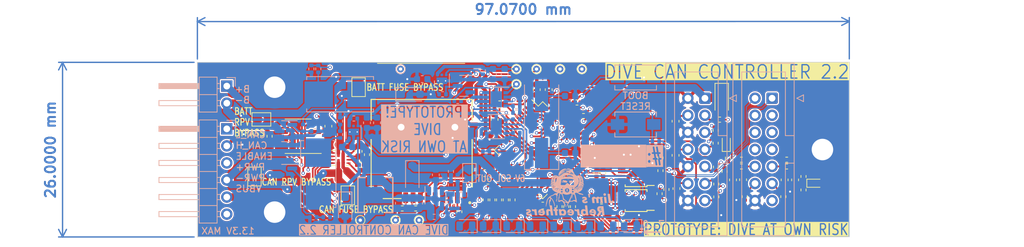
<source format=kicad_pcb>
(kicad_pcb (version 20221018) (generator pcbnew)
  (layers (0 "F.Cu" signal) (1 "In1.Cu" signal) (2 "In2.Cu" signal) (31 "B.Cu" signal) (34 "B.Paste" user) (35 "F.Paste" user) (36 "B.SilkS" user "B.Silkscreen") (37 "F.SilkS" user "F.Silkscreen") (38 "B.Mask" user) (39 "F.Mask" user) (44 "Edge.Cuts" user))
  (net 0 "")
  (net 1 "/Power Distribution/BATT_GND")
  (net 2 "/SSC1_RX")
  (net 3 "/SSC1_TX")
  (net 4 "/SSC2_TX")
  (net 5 "/SSC2_RX")
  (net 6 "/SSC3_TX")
  (net 7 "/SSC3_RX")
  (net 8 "GNDREF")
  (net 9 "VCC")
  (net 10 "/CAN_PWR")
  (net 11 "/~{CAN_EN}")
  (net 12 "Net-(U1-PH0)")
  (net 13 "/RST")
  (net 14 "Net-(U1-PH1)")
  (net 15 "Net-(C5-Pad2)")
  (net 16 "Net-(D4-A)")
  (net 17 "/SDA")
  (net 18 "/SCL")
  (net 19 "/SOL_OUT")
  (net 20 "Net-(C6-Pad2)")
  (net 21 "/Power Distribution/CAN_REGULATED")
  (net 22 "/SOLENOID")
  (net 23 "/BOOT")
  (net 24 "/ALRT_ADC1")
  (net 25 "/ALRT_ADC2")
  (net 26 "Net-(D7-A)")
  (net 27 "/LED_0")
  (net 28 "/LED_1")
  (net 29 "/Power Distribution/BATTERY")
  (net 30 "/LED_2")
  (net 31 "/LED_3")
  (net 32 "Net-(D5-A)")
  (net 33 "/LED_4")
  (net 34 "Net-(D6-A)")
  (net 35 "/LED_5")
  (net 36 "Net-(D8-A)")
  (net 37 "/LED_6")
  (net 38 "/Power Distribution/BATTERY_REGULATED")
  (net 39 "Net-(D9-A)")
  (net 40 "/LED_7")
  (net 41 "/CAN_SHDN")
  (net 42 "/CAN_SILENT")
  (net 43 "/Power Distribution/SOLENOID_PWR")
  (net 44 "/C1+")
  (net 45 "/C1-")
  (net 46 "/C2+")
  (net 47 "/C2-")
  (net 48 "/C3+")
  (net 49 "/C3-")
  (net 50 "/AUX+")
  (net 51 "/AUX-")
  (net 52 "Net-(U5-FB)")
  (net 53 "Net-(U10-SS)")
  (net 54 "Net-(D2-K)")
  (net 55 "Net-(D3-K)")
  (net 56 "Net-(D10-A)")
  (net 57 "Net-(D11-A)")
  (net 58 "/SOL_STAT")
  (net 59 "Net-(D12-A)")
  (net 60 "Net-(J1-DAT2)")
  (net 61 "Net-(J1-DAT3{slash}CD)")
  (net 62 "Net-(J1-DAT1)")
  (net 63 "/SD_DET")
  (net 64 "/DAC_2")
  (net 65 "/DAC_1")
  (net 66 "Net-(J2-Pin_12)")
  (net 67 "Net-(J3-Pin_5)")
  (net 68 "Net-(J3-Pin_7)")
  (net 69 "/BATTERY")
  (net 70 "Net-(J3-Pin_9)")
  (net 71 "Net-(J3-Pin_11)")
  (net 72 "Net-(J3-Pin_13)")
  (net 73 "/CAN_GND")
  (net 74 "/BUS_STAT")
  (net 75 "/BUS_SEL1")
  (net 76 "/BUS_SEL2")
  (net 77 "Net-(JP1-A)")
  (net 78 "Net-(Q1-G)")
  (net 79 "/VCC_STAT")
  (net 80 "Net-(Q2-G)")
  (net 81 "Net-(Q3-G)")
  (net 82 "/Power Distribution/BatteryConverter/ENABLE")
  (net 83 "Net-(U1-PC3)")
  (net 84 "Net-(U1-PC2)")
  (net 85 "Net-(U1-PA0)")
  (net 86 "/PWM_1")
  (net 87 "/PWM_2")
  (net 88 "/GPIO_A")
  (net 89 "/GPIO_B")
  (net 90 "/CAN_PG")
  (net 91 "/SD_CMD")
  (net 92 "/SD_CLK")
  (net 93 "/SD_DAT0")
  (net 94 "/BATT_PG")
  (net 95 "Net-(R47-Pad2)")
  (net 96 "Net-(J3-Pin_3)")
  (net 97 "Net-(R49-Pad2)")
  (net 98 "VBUS")
  (net 99 "/BATT_OFF")
  (net 100 "Net-(U8-I_LIM)")
  (net 101 "Net-(J2-Pin_11)")
  (net 102 "Net-(U9-I_LIM)")
  (net 103 "Net-(U10-ILIM)")
  (net 104 "Net-(R69-Pad2)")
  (net 109 "/SOL_DIS_BATT")
  (net 110 "/SOL_DIS_CAN")
  (net 111 "/CAN_RX")
  (net 112 "/CAN_TX")
  (net 115 "Net-(J4-Pin_1)")
  (net 116 "/Power Distribution/CAN")
  (net 117 "Net-(J4-Pin_2)")
  (footprint "Resistor_SMD:R_0402_1005Metric" (layer "F.Cu") (at 160 91.5 -90)
    (fp_text reference "R25" hide)
    (fp_text value "200")
  )
  (footprint "Resistor_SMD:R_0402_1005Metric" (layer "F.Cu") (at 144.399 86.106)
    (fp_text reference "R57" hide)
    (fp_text value "200")
  )
  (footprint "Resistor_SMD:R_0402_1005Metric" (layer "F.Cu") (at 147.447 85.725 90)
    (fp_text reference "R53" hide)
    (fp_text value "200")
  )
  (footprint "Resistor_SMD:R_0402_1005Metric" (layer "F.Cu") (at 123.421 91.982 90)
    (fp_text reference "R38" hide)
    (fp_text value "5.1k")
  )
  (footprint "Resistor_SMD:R_0402_1005Metric" (layer "F.Cu") (at 137.921 87.982 -90)
    (fp_text reference "R9" hide)
    (fp_text value "10k")
  )
  (footprint "Resistor_SMD:R_0402_1005Metric" (layer "F.Cu") (at 135.021 77.482 180)
    (fp_text reference "R4" hide)
    (fp_text value "10k")
  )
  (footprint "Capacitor_SMD:C_0603_1608Metric" (layer "F.Cu") (at 149.7 80.264 90)
    (fp_text reference "C12" hide)
    (fp_text value "100n")
  )
  (footprint "Resistor_SMD:R_0402_1005Metric" (layer "F.Cu") (at 132.421 92.972 90)
    (fp_text reference "R41" hide)
    (fp_text value "5.1k")
  )
  (footprint "TestPoint:TestPoint_THTPad_D1.0mm_Drill0.5mm" (layer "F.Cu") (at 135.75 72.5)
    (fp_text reference "TP8" hide)
    (fp_text value "VCC")
  )
  (footprint "Resistor_SMD:R_0402_1005Metric" (layer "F.Cu") (at 142.494 86.106)
    (fp_text reference "R56" hide)
    (fp_text value "22k")
  )
  (footprint "TestPoint:TestPoint_THTPad_D1.0mm_Drill0.5mm" (layer "F.Cu") (at 102.75 95)
    (fp_text reference "TP10" hide)
    (fp_text value "SOLENOID_PWR")
  )
  (footprint "Resistor_SMD:R_0402_1005Metric" (layer "F.Cu") (at 121.421 91.972 90)
    (fp_text reference "R36" hide)
    (fp_text value "5.1k")
  )
  (footprint "Package_SO:TSSOP-10_3x3mm_P0.5mm" (layer "F.Cu") (at 143.821 88.382 180)
    (fp_text reference "U6" hide)
    (fp_text value "ADS1115IDGS")
  )
  (footprint "Capacitor_SMD:C_0603_1608Metric" (layer "F.Cu") (at 158.25 89 90)
    (fp_text reference "C5" hide)
    (fp_text value "100n")
  )
  (footprint "Resistor_SMD:R_0402_1005Metric" (layer "F.Cu") (at 138.921 87.972 -90)
    (fp_text reference "R10" hide)
    (fp_text value "10k")
  )
  (footprint "Capacitor_SMD:C_0603_1608Metric" (layer "F.Cu") (at 140.081 85.471 90)
    (fp_text reference "C25" hide)
    (fp_text value "100n")
  )
  (footprint "TestPoint:TestPoint_THTPad_D1.0mm_Drill0.5mm" (layer "F.Cu") (at 126 72.5)
    (fp_text reference "TP4" hide)
    (fp_text value "BAT_REG")
  )
  (footprint "TestPoint:TestPoint_THTPad_D1.0mm_Drill0.5mm" (layer "F.Cu") (at 108 95)
    (fp_text reference "TP9" hide)
    (fp_text value "VBUS")
  )
  (footprint "Resistor_SMD:R_0402_1005Metric" (layer "F.Cu") (at 148.336 90.424 -90)
    (fp_text reference "R55" hide)
    (fp_text value "200")
  )
  (footprint "Capacitor_SMD:C_0603_1608Metric" (layer "F.Cu") (at 159.75 88.975 90)
    (fp_text reference "C7" hide)
    (fp_text value "100n")
  )
  (footprint "Resistor_SMD:R_0402_1005Metric" (layer "F.Cu") (at 134.421 92.982 90)
    (fp_text reference "R43" hide)
    (fp_text value "5.1k")
  )
  (footprint "Capacitor_SMD:C_0603_1608Metric" (layer "F.Cu") (at 149.7 85.344 90)
    (fp_text reference "C11" hide)
    (fp_text value "100n")
  )
  (footprint "Capacitor_SMD:C_0603_1608Metric" (layer "F.Cu") (at 123.5 77.75)
    (fp_text reference "C3" hide)
    (fp_text value "100n")
  )
  (footprint "Resistor_SMD:R_0402_1005Metric" (layer "F.Cu") (at 156.27 80.032 180)
    (fp_text reference "R31" hide)
    (fp_text value "680")
  )
  (footprint "Resistor_SMD:R_0402_1005Metric" (layer "F.Cu") (at 155.77 91.532 -90)
    (fp_text reference "R26" hide)
    (fp_text value "680")
  )
  (footprint "Resistor_SMD:R_0402_1005Metric" (layer "F.Cu") (at 155.67 81.632 -90)
    (fp_text reference "R30" hide)
    (fp_text value "680")
  )
  (footprint "Capacitor_SMD:C_0603_1608Metric" (layer "F.Cu") (at 129.032 75.565 -90)
    (fp_text reference "C32" hide)
    (fp_text value "100n")
  )
  (footprint "Resistor_SMD:R_0402_1005Metric" (layer "F.Cu") (at 155.77 89.622 90)
    (fp_text reference "R27" hide)
    (fp_text value "680")
  )
  (footprint "Resistor_SMD:R_0402_1005Metric" (layer "F.Cu") (at 165.75 91.5 90)
    (fp_text reference "R24" hide)
    (fp_text value "200")
  )
  (footprint "Jumper:SolderJumper-2_P1.3mm_Open_TrianglePad1.0x1.5mm" (layer "F.Cu") (at 100.9 91.3 90)
    (fp_text reference "JP3" hide)
    (fp_text value "CAN_FUSE_BYPASS")
  )
  (footprint "Resistor_SMD:R_0402_1005Metric" (layer "F.Cu") (at 133.421 92.982 90)
    (fp_text reference "R42" hide)
    (fp_text value "5.1k")
  )
  (footprint "Resistor_SMD:R_0402_1005Metric" (layer "F.Cu") (at 135.99 79.5 180)
    (fp_text reference "R11" hide)
    (fp_text value "10k")
  )
  (footprint "Resistor_SMD:R_0402_1005Metric" (layer "F.Cu") (at 89.25 82.5 90)
    (fp_text reference "R35" hide)
    (fp_text value "560")
  )
  (footprint "Package_SO:TSSOP-10_3x3mm_P0.5mm" (layer "F.Cu") (at 143.821 92.082 180)
    (fp_text reference "U7" hide)
    (fp_text value "ADS1115IDGS")
  )
  (footprint "Jumper:SolderJumper-2_P1.3mm_Open_TrianglePad1.0x1.5mm" (layer "F.Cu") (at 88.025 80)
    (fp_text reference "JP4" hide)
    (fp_text value "BATT_RVP_BYPASS")
  )
  (footprint "Package_SO:SOIC-8_3.9x4.9mm_P1.27mm" (layer "F.Cu") (at 93.5 82.5 180)
    (fp_text reference "U2" hide)
    (fp_text value "TCAN33X")
  )
  (footprint "Capacitor_SMD:C_0603_1608Metric" (layer "F.Cu") (at 122.75 80 -90)
    (fp_text reference "C4" hide)
    (fp_text value "100n")
  )
  (footprint "Capacitor_SMD:C_0603_1608Metric" (layer "F.Cu") (at 138.5 85 -90)
    (fp_text reference "C29" hide)
    (fp_text value "100n")
  )
  (footprint "Capacitor_SMD:C_0603_1608Metric" (layer "F.Cu") (at 167.5 89 90)
    (fp_text reference "C8" hide)
    (fp_text value "100n")
  )
  (footprint "Capacitor_SMD:C_0603_1608Metric" (layer "F.Cu") (at 130.81 75.565 -90)
    (fp_text reference "C28" hide)
    (fp_text value "100n")
  )
  (footprint "MountingHole:MountingHole_3.2mm_M3_Pad" (layer "F.Cu") (at 90 93.8)
    (fp_text reference "H3" hide)
    (fp_text value "MountingHole_Pad")
  )
  (footprint "Resistor_SMD:R_0402_1005Metric" (layer "F.Cu") (at 124.421 91.982 90)
    (fp_text reference "R39" hide)
    (fp_text value "5.1k")
  )
  (footprint "Capacitor_SMD:C_0603_1608Metric" (layer "F.Cu") (at 121.285 88)
    (fp_text reference "C31" hide)
    (fp_text value "100n")
  )
  (footprint "MountingHole:MountingHole_3.2mm_M3_Pad" (layer "F.Cu") (at 90 75.2)
    (fp_text reference "H1" hide)
    (fp_text value "MountingHole_Pad")
  )
  (footprint "Capacitor_SMD:C_0603_1608Metric" (layer "F.Cu") (at 149.827 90.297 90)
    (fp_text reference "C10" hide)
    (fp_text value "100n")
  )
  (footprint "Resistor_SMD:R_0402_1005Metric" (layer "F.Cu") (at 166.25 87 180)
    (fp_text reference "R22" hide)
    (fp_text value "22k")
  )
  (footprint "Resistor_SMD:R_0402_1005Metric" (layer "F.Cu") (at 159.5 87)
    (fp_text reference "R20" hide)
    (fp_text value "22k")
  )
  (footprint "Resistor_SMD:R_0402_1005Metric" (layer "F.Cu") (at 168.75 90.5 -90)
    (fp_text reference "R17" hide)
    (fp_text value "10k")
  )
  (footprint "Resistor_SMD:R_0402_1005Metric" (layer "F.Cu") (at 122.421 91.982 90)
    (fp_text reference "R37" hide)
    (fp_text value "5.1k")
  )
  (footprint "Resistor_SMD:R_0402_1005Metric" (layer "F.Cu") (at 103.75 85.25 -90)
    (fp_text reference "R70" hide)
    (fp_text value "10k")
  )
  (footprint "TestPoint:TestPoint_THTPad_D1.0mm_Drill0.5mm" (layer "F.Cu") (at 111.5 95 180)
    (fp_text reference "TP1" hide)
    (fp_text value "SOL_EN")
  )
  (footprint "Resistor_SMD:R_0402_1005Metric" (layer "F.Cu") (at 121.76 89.25)
    (fp_text reference "R12" hide)
    (fp_text value "10k")
  )
  (footprint "Capacitor_SMD:C_0603_1608Metric" (layer "F.Cu") (at 102.5 84.75 90)
    (fp_text reference "C27" hide)
    (fp_text value "100n")
  )
  (footprint "Resistor_SMD:R_0402_1005Metric" (layer "F.Cu") (at 147.32 91.061 90)
    (fp_text reference "R54" hide)
    (fp_text value "22k")
  )
  (footprint "Resistor_SMD:R_0402_1005Metric" (layer "F.Cu") (at 168.75 88.49 -90)
    (fp_text reference "R19" hide)
    (fp_text value "10k")
  )
  (footprint "Package_DFN_QFN:Texas_VQFN-HR-12_2x2.5mm_P0.5mm" (layer "F.Cu") (at 99.85 85.75 -90)
    (fp_text reference "U10" hide)
    (fp_text value "TPS2121")
  )
  (footprint "Resistor_SMD:R_0402_1005Metric" (layer "F.Cu") (at 166.25 86)
    (fp_text reference "R23" hide)
    (fp_text value "1k")
  )
  (footprint "TestPoint:TestPoint_THTPad_D1.0mm_Drill0.5mm" (layer "F.Cu") (at 126 74.75)
    (fp_text reference "TP5" hide)
    (fp_text value "VCC_STAT")
  )
  (footprint "Resistor_SMD:R_0402_1005Metric" (layer "F.Cu") (at 155.67 83.532 -90)
    (fp_text reference "R29" hide)
    (fp_text value "680")
  )
  (footprint "Resistor_SMD:R_0402_1005Metric" (layer "F.Cu") (at 138.671 92.972)
    (fp_text reference "R7" hide)
    (fp_text value "10k")
  )
  (footprint "Capacitor_SMD:C_0603_1608Metric" (layer "F.Cu") (at 165.942 89 90)
    (fp_text reference "C6" hide)
    (fp_text value "100n")
  )
  (footprint "Resistor_SMD:R_0402_1005Metric" (layer "F.Cu") (at 117.5 93.75 -90)
    (fp_text reference "R32" hide)
    (fp_text value "10k")
  )
  (footprint "Resistor_SMD:R_0402_1005Metric" (layer "F.Cu") (at 155.72 87.082 -90)
    (fp_text reference "R28" hide)
    (fp_text value "680")
  )
  (footprint "Package_QFP:LQFP-64_10x10mm_P0.5mm" (layer "F.Cu") (at 129.921 84.582 -45)
    (fp_text reference "U1" hide)
    (fp_text value "STM32L431RCTx")
  )
  (footprint "Resistor_SMD:R_0402_1005Metric" (layer "F.Cu") (at 159.5 86 180)
    (fp_text reference "R21" hide)
    (fp_text value "1k")
  )
  (footprint "Resistor_SMD:R_0402_1005Metric" (layer "F.Cu") (at 109 93.25 180)
    (fp_text reference "R34" hide)
    (fp_text value "10k")
  )
  (footprint "Jumper:SolderJumper-2_P1.3mm_Open_TrianglePad1.0x1.5mm" (layer "F.Cu") (at 87 88.5 90)
    (fp_text reference "JP5" hide)
    (fp_text value "CAN_RVP_BYPASS")
  )
  (footprint "Resistor_SMD:R_0402_1005Metric" (layer "F.Cu") (at 157.5 85.75 90)
    (fp_text reference "R16" hide)
    (fp_text value "10k")
  )
  (footprint "Capacitor_SMD:C_0603_1608Metric" (layer "F.Cu") (at 141.859 94.742 180)
    (fp_text reference "C26" hide)
    (fp_text value "100n")
  )
  (footprint "MountingHole:MountingHole_3.2mm_M3_Pad" (layer "F.Cu") (at 171.57 84.482)
    (fp_text reference "H2" hide)
    (fp_text value "MountingHole_Pad")
  )
  (footprint "Capacitor_SMD:C_0603_1608Metric" (layer "F.Cu") (at 98 81 90)
    (fp_text reference "C9" hide)
    (fp_text value "100n")
  )
  (footprint "Jumper:SolderJumper-2_P1.3mm_Open_TrianglePad1.0x1.5mm" (layer "F.Cu") (at 102.5 75.2 -90)
    (fp_text reference "JP2" hide)
    (fp_text value "BATT_FUSE_BYPASS")
  )
  (footprint "Resistor_SMD:R_0402_1005Metric" (layer "F.Cu") (at 111 93.25)
    (fp_text reference "R33" hide)
    (fp_text value "10k")
  )
  (footprint "Diode_SMD:D_SOD-523" (layer "F.Cu") (at 170.5 89.5)
    (fp_text reference "D3" hide)
    (fp_text value "BZX584C2V4")
  )
  (footprint "Resistor_SMD:R_0402_1005Metric" (layer "F.Cu") (at 147.447 87.63 90)
    (fp_text reference "R52" hide)
    (fp_text value "22k")
  )
  (footprint "Library:CONN9_0185-02_GSW" (layer "F.Cu") (at 111.889 84.80135 180)
    (fp_text reference "J1" hide)
    (fp_text value "Micro_SD_Card_Det1")
  )
  (footprint "TestPoint:TestPoint_THTPad_D1.0mm_Drill0.5mm" (layer "F.Cu") (at 132.5 72.5)
    (fp_text reference "TP6" hide)
    (fp_text value "BUS_STAT")
  )
  (footprint "Resistor_SMD:R_0402_1005Metric" (layer "F.Cu") (at 157 87.75 90)
    (fp_text reference "R18" hide)
    (fp_text value "10k")
  )
  (footprint "Diode_SMD:D_SOD-123" (layer "F.Cu") (at 156.57 76.982 -90)
    (fp_text reference "D1" hide)
    (fp_text value "MBR0520")
  )
  (footprint "Capacitor_SMD:C_0603_1608Metric" (layer "F.Cu") (at 129.921 92.832 180)
    (fp_text reference "C30" hide)
    (fp_text value "100n")
  )
  (footprint "TestPoint:TestPoint_THTPad_D1.0mm_Drill0.5mm" (layer "F.Cu") (at 129 72.5)
    (fp_text reference "TP2" hide)
    (fp_text value "BAT_EN")
  )
  (footprint "Resistor_SMD:R_0402_1005Metric" (layer "F.Cu") (at 125.421 91.982 90)
    (fp_text reference "R40" hide)
    (fp_text value "5.1k")
  )
  (footprint "Resistor_SMD:R_0402_1005Metric" (layer "F.Cu") (at 138.671 91.982)
    (fp_text reference "R8" hide)
    (fp_text value "10k")
  )
  (footprint "Diode_SMD:D_SOD-523" (layer "F.Cu") (at 157.25 83.5 90)
    (fp_text reference "D2" hide)
    (fp_text value "BZX584C2V4")
  )
  (footprint "Resistor_SMD:R_0402_1005Metric" (layer "F.Cu") (at 102.75 86.75)
    (fp_text reference "R69" hide)
    (fp_text value "100k")
  )
  (footprint "Resistor_SMD:R_0402_1005Metric" (layer "B.Cu") (at 95.47 72.47 -90)
    (fp_text reference "R2" hide)
    (fp_text value "12k")
  )
  (footprint "Resistor_SMD:R_0402_1005Metric" (layer "B.Cu") (at 116.25 92.75 90)
    (fp_text reference "R48" hide)
    (fp_text value "1.2k")
  )
  (footprint "TestPoint:TestPoint_THTPad_D1.0mm_Drill0.5mm" (layer "B.Cu") (at 108.75 72.5 180)
    (fp_text reference "TP3" hide)
    (fp_text value "CAN_REG")
  )
  (footprint "Resistor_SMD:R_0402_1005Metric" (layer "B.Cu") (at 117.26 77.25 180)
    (fp_text reference "R63" hide)
    (fp_text value "680")
  )
  (footprint "Resistor_SMD:R_0402_1005Metric" (layer "B.Cu") (at 122.49 84.75 180)
    (fp_text reference "R15" hide)
    (fp_text value "10k")
  )
  (footprint "Capacitor_SMD:C_0603_1608Metric" (layer "B.Cu") (at 108.5 92.475 -90)
    (fp_text reference "C19" hide)
    (fp_text value "100n")
  )
  (footprint "Capacitor_SMD:C_0603_1608Metric" (layer "B.Cu") (at 100.8 84.1125)
    (fp_text reference "C13" hide)
    (fp_text value "10u")
  )
  (footprint "Resistor_SMD:R_0402_1005Metric" (layer "B.Cu") (at 99.75 80.25 90)
    (fp_text reference "R3" hide)
    (fp_text value "12k")
  )
  (footprint "Capacitor_SMD:C_0603_1608Metric" (layer "B.Cu") (at 134 76.5 180)
    (fp_text reference "C1" hide)
    (fp_text value "20p")
  )
  (footprint "Resistor_SMD:R_0402_1005Metric" (layer "B.Cu") (at 146.75 83.25)
    (fp_text reference "R1" hide)
    (fp_text value "10k")
  )
  (footprint "Capacitor_SMD:C_0603_1608Metric" (layer "B.Cu") (at 124.25 73.25 -90)
    (fp_text reference "C17" hide)
    (fp_text value "100n")
  )
  (footprint "Diode_SMD:D_SOD-123F" (layer "B.Cu") (at 100.5 93 -90)
    (fp_text reference "D14" hide)
    (fp_text value "SMF12A")
  )
  (footprint "Library:L_SunItech_SLO0530H" (layer "B.Cu") (at 105 91.25 90)
    (fp_text reference "L1" hide)
    (fp_text value "10u")
  )
  (footprint "Resistor_SMD:R_0402_1005Metric" (layer "B.Cu") (at 95.75 94.565 180)
    (fp_text reference "R61" hide)
    (fp_text value "100k")
  )
  (footprint "LED_SMD:LED_0805_2012Metric" (layer "B.Cu") (at 118.4835 95.878 180)
    (fp_text reference "D4" hide)
    (fp_text value "LED")
  )
  (footprint "LED_SMD:LED_0805_2012Metric" (layer "B.Cu") (at 125.4835 95.878 180)
    (fp_text reference "D6" hide)
    (fp_text value "LED")
  )
  (footprint "Connector_IDC:IDC-Header_2x07_P2.54mm_Vertical" (layer "B.Cu") (at 154.07 76.842 180)
    (fp_text reference "J3" hide)
    (fp_text value "Digital Connection")
  )
  (footprint "Package_SON:WSON-6-1EP_2x2mm_P0.65mm_EP1x1.6mm_ThermalVias" (layer "B.Cu") (at 101.75 81.8625 -90)
    (fp_text reference "U3" hide)
    (fp_text value "TPS7A2533DRVR")
  )
  (footprint "LED_SMD:LED_0805_2012Metric" (layer "B.Cu") (at 142.9835 95.878 180)
    (fp_text reference "D11" hide)
    (fp_text value "LED")
  )
  (footprint "Capacitor_SMD:C_0402_1005Metric" (layer "B.Cu") (at 117.75 90.25 180)
    (fp_text reference "C22" hide)
    (fp_text value "100p")
  )
  (footprint "Diode_SMD:D_SOD-123F" (layer "B.Cu") (at 110.25 76.25)
    (fp_text reference "D13" hide)
    (fp_text value "SMF12A")
  )
  (footprint "Package_TO_SOT_SMD:SOT-23" (layer "B.Cu") (at 91.6875 88.25 180)
    (fp_text reference "Q2" hide)
    (fp_text value "SI2302")
  )
  (footprint "Capacitor_SMD:C_0402_1005Metric" (layer "B.Cu") (at 117.75 91.25 180)
    (fp_text reference "C23" hide)
    (fp_text value "100p")
  )
  (footprint "Resistor_SMD:R_0402_1005Metric" (layer "B.Cu") (at 126 80 180)
    (fp_text reference "R13" hide)
    (fp_text value "10k")
  )
  (footprint "Diode_SMD:D_SOD-123" (layer "B.Cu") (at 110.5 88.5 -90)
    (fp_text reference "D12" hide)
    (fp_text value "MBR0520")
  )
  (footprint "Library:VSON-8_3.3x3.3mm_P0.65mm_NexFET" (layer "B.Cu") (at 123 81.07 180)
    (fp_text reference "U9" hide)
    (fp_text value "TPS2115")
  )
  (footprint "Package_TO_SOT_SMD:SOT-23" (layer "B.Cu") (at 118.1875 75 180)
    (fp_text reference "Q3" hide)
    (fp_text value "2N7000")
  )
  (footprint "Resistor_SMD:R_0402_1005Metric" (layer "B.Cu") (at 126 82 180)
    (fp_text reference "R67" hide)
    (fp_text value "2.2k")
  )
  (footprint "Capacitor_SMD:C_0603_1608Metric" (layer "B.Cu") (at 114 88.25 -90)
    (fp_text reference "C24" hide)
    (fp_text value "10u")
  )
  (footprint "Resistor_SMD:R_0402_1005Metric" (layer "B.Cu") (at 94.25 81.25 90)
    (fp_text reference "R58" hide)
    (fp_text value "10k")
  )
  (footprint "Resistor_SMD:R_0402_1005Metric" (layer "B.Cu") (at 96.5 72.47 90)
    (fp_text reference "R6" hide)
    (fp_text value "75k")
  )
  (footprint "Resistor_SMD:R_0402_1005Metric" (layer "B.Cu") (at 117.25 88.75 90)
    (fp_text reference "R50" hide)
    (fp_text value "100k")
  )
  (footprint "Resistor_SMD:R_0402_1005Metric" (layer "B.Cu") (at 117.25 92.75 -90)
    (fp_text reference "R47" hide)
    (fp_text value "12k")
  )
  (footprint "Capacitor_SMD:C_0603_1608Metric" (layer "B.Cu") (at 111.975 74 180)
    (fp_text reference "C16" hide)
    (fp_text value "10u")
  )
  (footprint "Crystal:Crystal_SMD_HC49-SD" (layer "B.Cu") (at 129.75 80.75 90)
    (fp_text reference "Y1" hide)
    (fp_text value "8MHz")
  )
  (footprint "Resistor_SMD:R_0402_1005Metric" (layer "B.Cu") (at 113.75 94.5 180)
    (fp_text reference "R46" hide)
    (fp_text value "100k")
  )
  (footprint "LED_SMD:LED_0805_2012Metric" (layer "B.Cu") (at 128.9835 95.878 180)
    (fp_text reference "D7" hide)
    (fp_text value "LED")
  )
  (footprint "Resistor_SMD:R_0402_1005Metric" (layer "B.Cu") (at 126 78.01 180)
    (fp_text reference "R65" hide)
    (fp_text value "10k")
  )
  (footprint "Package_TO_SOT_SMD:SOT-23-5" (layer "B.Cu") (at 113.95 91.7875 -90)
    (fp_text reference "U5" hide)
    (fp_text value "LMR62014XMF")
  )
  (footprint "LOGO" (layer "B.Cu") (at 134.06741 91.089719 180)
    (fp_text reference "G***" hide)
    (fp_text value "LOGO" hide)
  )
  (footprint "Resistor_SMD:R_0402_1005Metric" (layer "B.Cu") (at 101.8 79.8625)
    (fp_text reference "R44" hide)
    (fp_text value "10k")
  )
  (footprint "Resistor_SMD:R_0402_1005Metric" (layer "B.Cu") (at 116.25 89.75 90)
    (fp_text reference "R49" hide)
    (fp_text value "15k")
  )
  (footprint "Jumper:SolderJumper-2_P1.3mm_Open_TrianglePad1.0x1.5mm" (layer "B.Cu") (at 119 87.975 -90)
    (fp_text reference "JP1" hide)
    (fp_text value "6V_OUT")
  )
  (footprint "Package_SON:WSON-6-1EP_2x2mm_P0.65mm_EP1x1.6mm_ThermalVias" (layer "B.Cu") (at 114.9 74.25 -90)
    (fp_text reference "U4" hide)
    (fp_text value "TPS7A2533DRVR")
  )
  (footprint "Resistor_SMD:R_0402_1005Metric" (layer "B.Cu") (at 120.5 84.75 180)
    (fp_text reference "R14" hide)
    (fp_text value "100k")
  )
  (footprint "Resistor_SMD:R_0402_1005Metric" (layer "B.Cu") (at 126 79 180)
    (fp_text reference "R66" hide)
    (fp_text value "10k")
  )
  (footprint "Connector_PinHeader_2.54mm:PinHeader_1x06_P2.54mm_Horizontal" (layer "B.Cu") (at 82.875 81.4 180)
    (fp_text reference "J4" hide)
    (fp_text value "CAN Connection")
  )
  (footprint "Connector_PinHeader_2.54mm:PinHeader_1x02_P2.54mm_Horizontal" (layer "B.Cu") (at 82.875 75.035 180)
    (fp_text reference "BT1" hide)
    (fp_text value "Battery_Cell")
  )
  (footprint "Fuse:Fuseholder_Littelfuse_Nano2_154x" (layer "B.Cu") (at 96.5 88.13 -90)
    (fp_text reference "F2" hide)
    (fp_text value "2A")
  )
  (footprint "LED_SMD:LED_0805_2012Metric" (layer "B.Cu") (at 132.4835 95.878 180)
    (fp_text reference "D8" hide)
    (fp_text value "LED")
  )
  (footprint "Capacitor_SMD:C_0603_1608Metric" (layer "B.Cu") (at 103.75 80.5 -90)
    (fp_text reference "C14" hide)
    (fp_text value "100n")
  )
  (footprint "Resistor_SMD:R_0402_1005Metric" (layer "B.Cu") (at 99.75 82.25 90)
    (fp_text reference "R5" hide)
    (fp_text value "75k")
  )
  (footprint "Package_TO_SOT_SMD:SOT-23" (layer "B.Cu") (at 91.6875 81.75 180)
    (fp_text reference "Q1" hide)
    (fp_text value "SI2302")
  )
  (footprint "Resistor_SMD:R_0402_1005Metric" (layer "B.Cu") (at 96 81.75)
    (fp_text reference "R60" hide)
    (fp_text value "100k")
  )
  (footprint "Capacitor_SMD:C_0603_1608Metric" (layer "B.Cu") (at 111.5 92.475 -90)
    (fp_text reference "C21" hide)
    (fp_text value "100n")
  )
  (footprint "Resistor_SMD:R_0402_1005Metric" (layer "B.Cu") (at 121 72.75 -90)
    (fp_text reference "R45" hide)
    (fp_text value "10k")
  )
  (footprint "Capacitor_SMD:C_0603_1608Metric" (layer "B.Cu") (at 134 85 180)
    (fp_text reference "C2" hide)
    (fp_text value "20p")
  )
  (footprint "Resistor_SMD:R_0402_1005Metric" (layer "B.Cu") (at 116.25 87.75 90)
    (fp_text reference "R51" hide)
    (fp_text value "100k")
  )
  (footprint "LED_SMD:LED_0805_2012Metric" (layer "B.Cu") (at 135.9835 95.878 180)
    (fp_text reference "D9" hide)
    (fp_text value "LED")
  )
  (footprint "Resistor_SMD:R_0402_1005Metric" (layer "B.Cu") (at 115 76.25 180)
    (fp_text reference "R62" hide)
    (fp_text value "10k")
  )
  (footprint "Capacitor_SMD:C_0603_1608Metric" (layer "B.Cu") (at 105.25 80.5 -90)
    (fp_text reference "C15" hide)
    (fp_text value "10u")
  )
  (footprint "Library:VSON-8_3.3x3.3mm_P0.65mm_NexFET" (layer "B.Cu") (at 123 77 180)
    (fp_text reference "U8" hide)
    (fp_text value "TPS2115")
  )
  (footprint "LED_SMD:LED_0805_2012Metric" (layer "B.Cu") (at 139.4835 95.878 180)
    (fp_text reference "D10" hide)
    (fp_text value "LED")
  )
  (footprint "LED_SMD:LED_0805_2012Metric" (layer "B.Cu") (at 121.9835 95.878 180)
    (fp_text reference "D5" hide)
    (fp_text value "LED")
  )
  (footprint "Button_Switch_SMD:SW_SPST_EVQPE1" (layer "B.Cu") (at 143.75 80.75)
    (fp_text reference "SW1" hide)
    (fp_text value "RST")
  )
  (footprint "Button_Switch_SMD:SW_SPST_EVQPE1" (layer "B.Cu") (at 143.75 73.75)
    (fp_text reference "SW2" hide)
    (fp_text value "RST")
  )
  (footprint "Connector_IDC:IDC-Header_2x07_P2.54mm_Vertical" (layer "B.Cu") (at 164.07 76.842 180)
    (fp_text reference "J2" hide)
    (fp_text value "Analog Connection")
  )
  (footprint "Capacitor_SMD:C_0603_1608Metric" (layer "B.Cu") (at 110 92.475 90)
    (fp_text reference "C20" hide)
    (fp_text value "10u")
  )
  (footprint "Resistor_SMD:R_0402_1005Metric" (layer "B.Cu") (at 97.75 94.565)
    (fp_text reference "R59" hide)
    (fp_text value "10k")
  )
  (footprint "Capacitor_SMD:C_0603_1608Metric" (layer "B.Cu") (at 122.5 73.25 -90)
    (fp_text reference "C18" hide)
    (fp_text value "10u")
  )
  (footprint "Fuse:Fuseholder_Littelfuse_Nano2_154x" (layer "B.Cu") (at 99.75 76.25)
    (fp_text reference "F1" hide)
    (fp_text value "2A")
  )
  (gr_line (start 147.5335 96.778) (end 145.0335 96.778) (stroke (width 0.2)) (layer "B.SilkS"))
  (gr_line (start 145.0335 96.778) (end 145.6335 97.178) (stroke (width 0.2)) (layer "B.SilkS"))
  (gr_line (start 145.0335 96.778) (end 145.6335 96.378) (stroke (width 0.2)) (layer "B.SilkS"))
  (gr_rect (start 135.6 83.8) (end 145.3 87.1) (stroke (width 0.1)) (fill solid) (layer "B.SilkS"))
  (gr_line (start 175.57 71.482) (end 175.57 97.482) (stroke (width 0.1)) (layer "Edge.Cuts"))
  (gr_line (start 78.5 97.5) (end 78.5 71.5) (stroke (width 0.1)) (layer "Edge.Cuts"))
  (gr_line (start 78.5 71.5) (end 175.57 71.482) (stroke (width 0.1)) (layer "Edge.Cuts"))
  (gr_line (start 175.57 97.482) (end 78.5 97.5) (stroke (width 0.1)) (layer "Edge.Cuts"))
  (gr_text "B+\nB-" (at 85.2 76.3) (layer "B.SilkS") (effects (font (size 1 1)) (justify mirror)))
  (gr_text "13.3V MAX" (at 79 97.2) (layer "B.SilkS") (effects (font (size 1 1)) (justify right bottom mirror)))
  (gr_text "CAN_L\nCAN_H\nENABLE\nPWR+\nPWR-\nVBUS\n" (at 84.1 90.9) (layer "B.SilkS") (effects (font (size 1 1)) (justify right bottom mirror)))
  (gr_text "7...0" (at 148.1835 96.178) (layer "B.SilkS") (effects (font (size 1 1)) (justify left bottom mirror)))
  (gr_text "6V SOL OUT" (at 120 89.375) (layer "B.SilkS") (effects (font (size 1 0.8)) (justify right bottom mirror)))
  (gr_text "DIVE CAN CONTROLLER 2.2\n" (at 116 97.25) (layer "B.SilkS" knockout) (effects (font (size 1.3 1.1)) (justify left bottom mirror)))
  (gr_text "PROTOTYPE!\nDIVE \nAT OWN RISK" (at 112.25 81.5) (layer "B.SilkS" knockout) (effects (font (size 1.6 1.3) (thickness 0.2)) (justify mirror)))
  (gr_text "BOOT\nRESET" (at 143.75 77.25) (layer "B.SilkS") (effects (font (size 1 1)) (justify mirror)))
  (gr_text "#:     " (at 147.8 86.6) (layer "B.SilkS" knockout) (effects (font (size 2 1.5) (thickness 0.25) bold) (justify left bottom mirror)))
  (gr_text "BATT\nRPV\nBYPASS" (at 83.9 82.6) (layer "F.SilkS") (effects (font (size 1 0.8)) (justify left bottom)))
  (gr_text "CAN RPV BYPASS" (at 88 89.9) (layer "F.SilkS") (effects (font (size 1 0.8)) (justify left bottom)))
  (gr_text "PROTOTYPE: DIVE AT OWN RISK" (at 160.2 96.4) (layer "F.SilkS" knockout) (effects (font (size 1.6 1.3) (thickness 0.2))))
  (gr_text "DIVE CAN CONTROLLER 2.2\n" (at 139 74.1) (layer "F.SilkS" knockout) (effects (font (size 2 1.8) (thickness 0.2)) (justify left bottom)))
  (gr_text "CAN FUSE BYPASS" (at 96.5 94) (layer "F.SilkS") (effects (font (size 1 0.8)) (justify left bottom)))
  (gr_text "BATT FUSE BYPASS" (at 103.6 75.8) (layer "F.SilkS") (effects (font (size 1 0.8)) (justify left bottom)))
  (dimension (type aligned) (layer "B.Cu") (pts (xy 78.5 71.5) (xy 78.5 97.5)) (height 20.08) (gr_text "26.0000 mm" (at 56.62 84.5 90) (layer "B.Cu") (effects (font (size 1.5 1.5) (thickness 0.3)))) (format (prefix "") (suffix "") (units 3) (units_format 1) (precision 4)) (style (thickness 0.2) (arrow_length 1.27) (text_position_mode 0) (extension_height 0.58642) (extension_offset 0.5) keep_text_aligned))
  (dimension (type aligned) (layer "B.Cu") (pts (xy 175.57 71.482) (xy 78.5 71.5)) (height 6.071722) (gr_text "97.0700 mm" (at 127.03354 63.619278 0.01062453919) (layer "B.Cu") (effects (font (size 1.5 1.5) (thickness 0.3)))) (format (prefix "") (suffix "") (units 3) (units_format 1) (precision 4)) (style (thickness 0.2) (arrow_length 1.27) (text_position_mode 0) (extension_height 0.58642) (extension_offset 0.5) keep_text_aligned))
  (segment (start 87 79.75) (end 84.825 77.575) (width 1.12) (layer "F.Cu") (net 1))
  (segment (start 84.825 77.575) (end 82.875 77.575) (width 1.12) (layer "F.Cu") (net 1))
  (segment (start 90.0525 80.99) (end 90.5625 81.5) (width 1.12) (layer "B.Cu") (net 1))
  (segment (start 82.875 78.682646) (end 85.182354 80.99) (width 1.12) (layer "B.Cu") (net 1))
  (segment (start 82.875 77.575) (end 82.875 78.682646) (width 1.12) (layer "B.Cu") (net 1))
  (segment (start 85.182354 80.99) (end 90.0525 80.99) (width 1.12) (layer "B.Cu") (net 1))
  (segment (start 133.049948 79.685286) (end 134.503234 78.232) (width 0.254) (layer "F.Cu") (net 2))
  (segment (start 155.26 81.122) (end 155.07 80.932) (width 0.254) (layer "F.Cu") (net 2))
  (segment (start 134.503234 78.232) (end 135.921 78.232) (width 0.254) (layer "F.Cu") (net 2))
  (segment (start 155.67 81.122) (end 155.26 81.122) (width 0.254) (layer "F.Cu") (net 2))
  (via (at 135.921 78.232) (size 0.5) (drill 0.3) (layers "F.Cu" "B.Cu") (net 2))
  (via (at 155.07 80.932) (size 0.5) (drill 0.3) (layers "F.Cu" "B.Cu") (net 2))
  (segment (start 134.68334 78.759) (end 136.644 78.759) (width 0.254) (layer "F.Cu") (net 3))
  (segment (start 133.403501 80.038839) (end 134.68334 78.759) (width 0.254) (layer "F.Cu") (net 3))
  (segment (start 156.78 80.032) (end 157.52 80.032) (width 0.254) (layer "F.Cu") (net 3))
  (segment (start 136.644 78.759) (end 136.921 78.482) (width 0.254) (layer "F.Cu") (net 3))
  (via (at 136.921 78.482) (size 0.5) (drill 0.3) (layers "F.Cu" "B.Cu") (net 3))
  (via (at 157.52 80.032) (size 0.5) (drill 0.3) (layers "F.Cu" "B.Cu") (net 3))
  (segment (start 155.67 83.022) (end 154.88 83.022) (width 0.254) (layer "F.Cu") (net 4))
  (segment (start 123.781443 85.418257) (end 123.256519 85.943181) (width 0.254) (layer "F.Cu") (net 4))
  (segment (start 125.921 84.482) (end 124.984743 85.418257) (width 0.254) (layer "F.Cu") (net 4))
  (segment (start 124.984743 85.418257) (end 123.781443 85.418257) (width 0.254) (layer "F.Cu") (net 4))
  (segment (start 154.88 83.022) (end 154.62 83.282) (width 0.254) (layer "F.Cu") (net 4))
  (via (at 125.921 84.482) (size 0.5) (drill 0.3) (layers "F.Cu" "B.Cu") (net 4))
  (via (at 154.62 83.282) (size 0.5) (drill 0.3) (layers "F.Cu" "B.Cu") (net 4))
  (segment (start 155.72 86.572) (end 156.28 86.572) (width 0.254) (layer "F.Cu") (net 5))
  (segment (start 124 84) (end 124 83.9643) (width 0.254) (layer "F.Cu") (net 5))
  (segment (start 124 83.9643) (end 123.256519 83.220819) (width 0.254) (layer "F.Cu") (net 5))
  (segment (start 156.28 86.572) (end 156.47 86.382) (width 0.254) (layer "F.Cu") (net 5))
  (via (at 156.47 86.382) (size 0.5) (drill 0.3) (layers "F.Cu" "B.Cu") (net 5))
  (via (at 124 84) (size 0.5) (drill 0.3) (layers "F.Cu" "B.Cu") (net 5))
  (segment (start 155.77 90.132) (end 155.97 89.932) (width 0.254) (layer "F.Cu") (net 6))
  (segment (start 126.874554 87.982) (end 126.084946 88.771608) (width 0.254) (layer "F.Cu") (net 6))
  (segment (start 127.671 87.982) (end 126.874554 87.982) (width 0.254) (layer "F.Cu") (net 6))
  (segment (start 155.97 89.932) (end 156.77 89.932) (width 0.254) (layer "F.Cu") (net 6))
  (via (at 156.77 89.932) (size 0.5) (drill 0.3) (layers "F.Cu" "B.Cu") (net 6))
  (via (at 127.671 87.982) (size 0.5) (drill 0.3) (layers "F.Cu" "B.Cu") (net 6))
  (segment (start 128.394 87.455) (end 127.127 87.455) (width 0.254) (layer "F.Cu") (net 7))
  (segment (start 155.77 91.022) (end 155.98 91.022) (width 0.254) (layer "F.Cu") (net 7))
  (segment (start 128.421 87.482) (end 128.394 87.455) (width 0.254) (layer "F.Cu") (net 7))
  (segment (start 127.007277 87.574723) (end 126.574723 87.574723) (width 0.254) (layer "F.Cu") (net 7))
  (segment (start 155.98 91.022) (end 156.37 90.632) (width 0.254) (layer "F.Cu") (net 7))
  (segment (start 126.574723 87.574723) (end 125.731392 88.418054) (width 0.254) (layer "F.Cu") (net 7))
  (segment (start 127.127 87.455) (end 127.007277 87.574723) (width 0.254) (layer "F.Cu") (net 7))
  (via (at 128.421 87.482) (size 0.5) (drill 0.3) (layers "F.Cu" "B.Cu") (net 7))
  (via (at 156.37 90.632) (size 0.5) (drill 0.3) (layers "F.Cu" "B.Cu") (net 7))
  (segment (start 145.856 86.106) (end 146.25 86.5) (width 0.254) (layer "F.Cu") (net 8))
  (segment (start 147.25 92.678) (end 147.25 94) (width 0.254) (layer "F.Cu") (net 8))
  (segment (start 144.25 94.284642) (end 144.25 94.25) (width 0.254) (layer "F.Cu") (net 8))
  (segment (start 124.670732 81.806606) (end 124.806498 81.806606) (width 0.254) (layer "F.Cu") (net 8))
  (segment (start 141.842 95.5) (end 143.034642 95.5) (width 0.254) (layer "F.Cu") (net 8))
  (segment (start 138.5 84.225) (end 139.61 84.225) (width 0.254) (layer "F.Cu") (net 8))
  (segment (start 119.639 82.9119) (end 120.2271 83.5) (width 0.254) (layer "F.Cu") (net 8))
  (segment (start 98.729 83.021) (end 98.5 83.25) (width 0.254) (layer "F.Cu") (net 8))
  (segment (start 122.725 77.75) (end 122.725 79.2) (width 0.254) (layer "F.Cu") (net 8))
  (segment (start 96.436 88.33717) (end 96.436 87.66283) (width 0.254) (layer "F.Cu") (net 8))
  (segment (start 125.57682 82.331529) (end 125.59345 82.331529) (width 0.254) (layer "F.Cu") (net 8))
  (segment (start 140.777 84) (end 144.25 84) (width 0.254) (layer "F.Cu") (net 8))
  (segment (start 97.59883 86.5) (end 98.7 86.5) (width 0.254) (layer "F.Cu") (net 8))
  (segment (start 119.75 89.25) (end 119.75 90.906) (width 0.254) (layer "F.Cu") (net 8))
  (segment (start 98.385 83.135) (end 98.5 83.25) (width 0.254) (layer "F.Cu") (net 8))
  (segment (start 102.5 83.975) (end 102.985 83.975) (width 0.254) (layer "F.Cu") (net 8))
  (segment (start 143.034642 95.5) (end 144.25 94.284642) (width 0.254) (layer "F.Cu") (net 8))
  (segment (start 140.081 84.696) (end 140.777 84) (width 0.254) (layer "F.Cu") (net 8))
  (segment (start 123.610072 86.296734) (end 122.916858 86.989948) (width 0.254) (layer "F.Cu") (net 8))
  (segment (start 95.975 83.135) (end 98.385 83.135) (width 0.254) (layer "F.Cu") (net 8))
  (segment (start 130.761921 87.5) (end 131.25 87.5) (width 0.254) (layer "F.Cu") (net 8))
  (segment (start 166.75 89.775) (end 167.5 89.775) (width 0.254) (layer "F.Cu") (net 8))
  (segment (start 123.479 79.954) (end 123.479 80.614874) (width 0.254) (layer "F.Cu") (net 8))
  (segment (start 144.909 86.106) (end 145.856 86.106) (width 0.254) (layer "F.Cu") (net 8))
  (segment (start 125.59345 82.331529) (end 130.761921 87.5) (width 0.254) (layer "F.Cu") (net 8))
  (segment (start 122.916858 86.989948) (end 121.520052 86.989948) (width 0.254) (layer "F.Cu") (net 8))
  (segment (start 166.75 89.775) (end 166.75 90.75) (width 0.254) (layer "F.Cu") (net 8))
  (segment (start 120.2271 83.5) (end 121.5 83.5) (width 0.254) (layer "F.Cu") (net 8))
  (segment (start 124.670732 81.806606) (end 125.195655 82.331529) (width 0.254) (layer "F.Cu") (net 8))
  (segment (start 98.7 85) (end 98.5 84.8) (width 0.254) (layer "F.Cu") (net 8))
  (segment (start 120.51 88) (end 120.51 88.49) (width 0.254) (layer "F.Cu") (net 8))
  (segment (start 144.5 94) (end 144.25 94.25) (width 0.254) (layer "F.Cu") (net 8))
  (segment (start 102.985 83.975) (end 103.75 84.74) (width 0.254) (layer "F.Cu") (net 8))
  (segment (start 98 80.225) (end 98.729 80.954) (width 0.254) (layer "F.Cu") (net 8))
  (segment (start 139.61 84.225) (end 140.081 84.696) (width 0.254) (layer "F.Cu") (net 8))
  (segment (start 121.520052 86.989948) (end 120.51 88) (width 0.254) (layer "F.Cu") (net 8))
  (segment (start 141.084 94.742) (end 141.842 95.5) (width 0.254) (layer "F.Cu") (net 8))
  (segment (start 121.5 83.5) (end 122 83) (width 0.254) (layer "F.Cu") (net 8))
  (segment (start 101 85) (end 101.475 85) (width 0.254) (layer "F.Cu") (net 8))
  (segment (start 146.654 92.082) (end 147.25 92.678) (width 0.254) (layer "F.Cu") (net 8))
  (segment (start 119.639 81.553) (end 119.639 82.9119) (width 0.254) (layer "F.Cu") (net 8))
  (segment (start 145.921 92.082) (end 146.477 92.082) (width 0.127) (layer "F.Cu") (net 8))
  (segment (start 101.475 85) (end 102.5 83.975) (width 0.254) (layer "F.Cu") (net 8))
  (segment (start 147.25 94) (end 144.5 94) (width 0.254) (layer "F.Cu") (net 8))
  (segment (start 165.942 89.775) (end 166.75 89.775) (width 0.254) (layer "F.Cu") (net 8))
  (segment (start 122.75 79.225) (end 123.479 79.954) (width 0.254) (layer "F.Cu") (net 8))
  (segment (start 120.51 88.49) (end 119.75 89.25) (width 0.254) (layer "F.Cu") (net 8))
  (segment (start 125.195655 82.331529) (end 125.57682 82.331529) (width 0.254) (layer "F.Cu") (net 8))
  (segment (start 123.479 80.614874) (end 124.670732 81.806606) (width 0.254) (layer "F.Cu") (net 8))
  (segment (start 98.5 84.8) (end 98.5 83.25) (width 0.254) (layer "F.Cu") (net 8))
  (segment (start 97.09883 89) (end 96.436 88.33717) (width 0.254) (layer "F.Cu") (net 8))
  (segment (start 96.436 87.66283) (end 97.59883 86.5) (width 0.254) (layer "F.Cu") (net 8))
  (segment (start 145.971 92.082) (end 146.654 92.082) (width 0.254) (layer "F.Cu") (net 8))
  (segment (start 98.729 80.954) (end 98.729 83.021) (width 0.254) (layer "F.Cu") (net 8))
  (via (at 109.75 74) (size 0.5) (drill 0.3) (layers "F.Cu" "B.Cu") (net 8))
  (via (at 166.75 90.75) (size 0.5) (drill 0.3) (layers "F.Cu" "B.Cu") (net 8))
  (via (at 122 83) (size 0.5) (drill 0.3) (layers "F.Cu" "B.Cu") (net 8))
  (via (at 101 78.75) (size 0.5) (drill 0.3) (layers "F.Cu" "B.Cu") (net 8))
  (via (at 146.25 86.5) (size 0.5) (drill 0.3) (layers "F.Cu" "B.Cu") (net 8))
  (via (at 158.75 92) (size 0.5) (drill 0.3) (layers "F.Cu" "B.Cu") (net 8))
  (via (at 85 79.45) (size 0.5) (drill 0.3) (layers "F.Cu" "B.Cu") (net 8))
  (via (at 156.5 94.25) (size 0.5) (drill 0.3) (layers "F.Cu" "B.Cu") (net 8))
  (via (at 85.4 82.2) (size 0.5) (drill 0.3) (layers "F.Cu" "B.Cu") (net 8))
  (via (at 144.25 84) (size 0.5) (drill 0.3) (layers "F.Cu" "B.Cu") (net 8))
  (via (at 85.2 83.75) (size 0.5) (drill 0.3) (layers "F.Cu" "B.Cu") (net 8))
  (via (at 144.25 94.25) (size 0.5) (drill 0.3) (layers "F.Cu" "B.Cu") (net 8))
  (via (at 113.25 76.25) (size 0.5) (drill 0.3) (layers "F.Cu" "B.Cu") (net 8))
  (segment (start 116.0185 92.0085) (end 114.646001 92.0085) (width 0.254) (layer "B.Cu") (net 8))
  (segment (start 124.587291 84.908) (end 126.51 82.985291) (width 0.254) (layer "B.Cu") (net 8))
  (segment (start 130.875 96.832) (end 129.921 95.878) (width 0.254) (layer "B.Cu") (net 8))
  (segment (start 123 81.07) (end 122.025 82.045) (width 0.254) (layer "B.Cu") (net 8))
  (segment (start 121.6 82.6) (end 122 83) (width 0.254) (layer "B.Cu") (net 8))
  (segment (start 101.75 82.75) (end 101.75 81.8625) (width 0.254) (layer "B.Cu") (net 8))
  (segment (start 126.421 95.878) (end 125.467 96.832) (width 0.254) (layer "B.Cu") (net 8))
  (segment (start 92.625 89.2) (end 92.924999 89.499999) (width 0.508) (layer "B.Cu") (net 8))
  (segment (start 113.95 91.312499) (end 113.562499 91.7) (width 0.508) (layer "B.Cu") (net 8))
  (segment (start 127.544 97.001) (end 126.421 95.878) (width 0.254) (layer "B.Cu") (net 8))
  (segment (start 126.51 82.985291) (end 126.51 82) (width 0.254) (layer "B.Cu") (net 8))
  (segment (start 137.875 96.832) (end 139.467 96.832) (width 0.254) (layer "B.Cu") (net 8))
  (segment (start 122.025 77.975) (end 121.6 77.975) (width 0.254) (layer "B.Cu") (net 8))
  (segment (start 93.001 82.324) (end 92.625 82.7) (width 0.254) (layer "B.Cu") (net 8))
  (segment (start 111.65 76.25) (end 113.25 76.25) (width 0.254) (layer "B.Cu") (net 8))
  (segment (start 116.25 92.24) (end 116.0185 92.0085) (width 0.254) (layer "B.Cu") (net 8))
  (segment (start 95.936 82.324) (end 93.001 82.324) (width 0.254) (layer "B.Cu") (net 8))
  (segment (start 126.51 78.01) (end 126.51 79) (width 0.254) (layer "B.Cu") (net 8))
  (segment (start 116.582 96.832) (end 118.467 96.832) (width 0.254) (layer "B.Cu") (net 8))
  (segment (start 115.676 95.926) (end 116.582 96.832) (width 0.254) (layer "B.Cu") (net 8))
  (segment (start 140.421 95.878) (end 141.375 96.832) (width 0.254) (layer "B.Cu") (net 8))
  (segment (start 122.921 95.878) (end 121.967 96.832) (width 0.254) (layer "B.Cu") (net 8))
  (segment (start 114 89.025) (end 114 90.6) (width 0.508) (layer "B.Cu") (net 8))
  (segment (start 120.375 96.832) (end 119.421 95.878) (width 0.254) (layer "B.Cu") (net 8))
  (segment (start 121.967 96.832) (end 120.375 96.832) (width 0.254) (layer "B.Cu") (net 8))
  (segment (start 118.467 96.832) (end 119.421 95.878) (width 0.254) (layer "B.Cu") (net 8))
  (segment (start 136.921 95.878) (end 135.967 96.832) (width 0.254) (layer "B.Cu") (net 8))
  (segment (start 100.01 79.74) (end 101 78.75) (width 0.254) (layer "B.Cu") (net 8))
  (segment (start 139.467 96.832) (end 140.421 95.878) (width 0.254) (layer "B.Cu") (net 8))
  (segment (start 122.025 82.045) (end 121.6 82.045) (width 0.254) (layer "B.Cu") (net 8))
  (segment (start 134.375 96.832) (end 133.421 95.878) (width 0.254) (layer "B.Cu") (net 8))
  (segment (start 132.467 96.832) (end 130.875 96.832) (width 0.254) (layer "B.Cu") (net 8))
  (segment (start 123.875 96.832) (end 122.921 95.878) (width 0.254) (layer "B.Cu") (net 8))
  (segment (start 142.967 96.832) (end 143.921 95.878) (width 0.254) (layer "B.Cu") (net 8))
  (segment (start 123.158 84.908) (end 124.587291 84.908) (width 0.254) (layer "B.Cu") (net 8))
  (segment (start 92.924999 90.875001) (end 90 93.8) (width 0.508) (layer "B.Cu") (net 8))
  (segment (start 125.467 96.832) (end 123.875 96.832) (width 0.254) (layer "B.Cu") (net 8))
  (segment (start 114 90.6) (end 113.95 90.65) (width 0.508) (layer "B.Cu") (net 8))
  (segment (start 96.51 81.75) (end 95.936 82.324) (width 0.254) (layer "B.Cu") (net 8))
  (segment (start 92.924999 89.499999) (end 92.924999 90.875001) (width 0.508) (layer "B.Cu") (net 8))
  (segment (start 121.6 82.045) (end 121.6 82.6) (width 0.254) (layer "B.Cu") (net 8))
  (segment (start 111.2 74) (end 109.75 74) (width 0.254) (layer "B.Cu") (net 8))
  (segment (start 141.375 96.832) (end 142.967 96.832) (width 0.254) (layer "B.Cu") (net 8))
  (segment (start 113.562499 91.7) (end 108.5 91.7) (width 0.508) (layer "B.Cu") (net 8))
  (segment (start 129.1105 97.001) (end 127.544 97.001) (width 0.254) (layer "B.Cu") (net 8))
  (segment (start 123 77) (end 122.025 77.975) (width 0.254) (layer "B.Cu") (net 8))
  (segment (start 114.646001 92.0085) (end 113.95 91.312499) (width 0.254) (layer "B.Cu") (net 8))
  (segment (start 116.25 92.24) (end 115.676 92.814) (width 0.254) (layer "B.Cu") (net 8))
  (segment (start 123 84.75) (end 123.158 84.908) (width 0.254) (layer "B.Cu") (net 8))
  (segment (start 136.921 95.878) (end 137.875 96.832) (width 0.254) (layer "B.Cu") (net 8))
  (segment (start 122.5 74.025) (end 119.15 74.025) (width 0.254) (layer "B.Cu") (net 8))
  (segment (start 135.967 96.832) (end 134.375 96.832) (width 0.254) (layer "B.Cu") (net 8))
  (segment (start 124.25 74.025) (end 122.5 74.025) (width 0.254) (layer "B.Cu") (net 8))
  (segment (start 129.921 96.1905) (end 129.1105 97.001) (width 0.254) (layer "B.Cu") (net 8))
  (segment (start 113.95 91.312499) (end 113.95 90.65) (width 0.254) (layer "B.Cu") (net 8))
  (segment (start 99.75 79.74) (end 100.01 79.74) (width 0.254) (layer "B.Cu") (net 8))
  (segment (start 115.676 92.814) (end 115.676 95.926) (width 0.254) (layer "B.Cu") (net 8))
  (segment (start 133.421 95.878) (end 132.467 96.832) (width 0.254) (layer "B.Cu") (net 8))
  (segment (start 114.9 75.1375) (end 114.9 74.25) (width 0.254) (layer "B.Cu") (net 8))
  (segment (start 101.75 82.75) (end 101.75 83.9375) (width 0.254) (layer "B.Cu") (net 8))
  (segment (start 108.5 91.7) (end 111.5 91.7) (width 1.12) (layer "B.Cu") (net 8))
  (segment (start 120.5 90) (end 120.5 92) (width 0.254) (layer "F.Cu") (net 9))
  (segment (start 98 81.775) (end 96.065 81.775) (width 0.254) (layer "F.Cu") (net 9))
  (segment (start 130.81 76.34) (end 130.81 77.445338) (width 0.254) (layer "F.Cu") (net 9))
  (segment (start 142.746 92.403) (end 142.425 92.082) (width 0.254) (layer "F.Cu") (net 9))
  (segment (start 141.671 88.382) (end 140.817 88.382) (width 0.254) (layer "F.Cu") (net 9))
  (segment (start 138.161 91.982) (end 138.161 92.972) (width 0.254) (layer "F.Cu") (net 9))
  (segment (start 97.25 81.564999) (end 97.25 80.25) (width 0.254) (layer "F.Cu") (net 9))
  (segment (start 142.425 92.082) (end 141.621 92.082) (width 0.254) (layer "F.Cu") (net 9))
  (segment (start 129.146 86.422894) (end 129.146 90.6603) (width 0.254) (layer "F.Cu") (net 9))
  (segment (start 142.746 93.732) (end 141.921 93.732) (width 0.254) (layer "F.Cu") (net 9))
  (segment (start 140.081 86.246) (end 140.081 87.646) (width 0.254) (layer "F.Cu") (net 9))
  (segment (start 137.171 90.7) (end 137.171 90.992) (width 0.254) (layer "F.Cu") (net 9))
  (segment (start 138.945 87.486) (end 139.921 87.486) (width 0.254) (layer "F.Cu") (net 9))
  (segment (start 137.714 85.775) (end 137.671 85.732) (width 0.254) (layer "F.Cu") (net 9))
  (segment (start 136.585481 85.943181) (end 137.921 87.2787) (width 0.254) (layer "F.Cu") (net 9))
  (segment (start 137.921 87.2787) (end 137.921 87.472) (width 0.254) (layer "F.Cu") (net 9))
  (segment (start 130.81 76.34) (end 131.41 76.34) (width 0.254) (layer "F.Cu") (net 9))
  (segment (start 137.171 90.992) (end 138.161 91.982) (width 0.254) (layer "F.Cu") (net 9))
  (segment (start 129.146 91.757) (end 129.421 91.482) (width 0.254) (layer "F.Cu") (net 9))
  (segment (start 96.5 79.5) (end 96.25 79.5) (width 0.254) (layer "F.Cu") (net 9))
  (segment (start 129.185481 91.246481) (end 129.421 91.482) (width 0.254) (layer "F.Cu") (net 9))
  (segment (start 125.473106 82.75) (end 129.146 86.422894) (width 0.254) (layer "F.Cu") (net 9))
  (segment (start 145.117 93.082) (end 144.117 92.082) (width 0.254) (layer "F.Cu") (net 9))
  (segment (start 138.5 85.775) (end 137.714 85.775) (width 0.254) (layer "F.Cu") (net 9))
  (segment (start 144.117 92.082) (end 141.621 92.082) (width 0.254) (layer "F.Cu") (net 9))
  (segment (start 121.25 89.25) (end 121.25 88.81) (width 0.254) (layer "F.Cu") (net 9))
  (segment (start 97.25 80.25) (end 96.5 79.5) (width 0.254) (layer "F.Cu") (net 9))
  (segment (start 128.559819 91.246481) (end 129.185481 91.246481) (width 0.254) (layer "F.Cu") (net 9))
  (segment (start 137.459819 85.943181) (end 137.671 85.732) (width 0.254) (layer "F.Cu") (net 9))
  (segment (start 141.921 93.732) (end 141.671 93.982) (width 0.254) (layer "F.Cu") (net 9))
  (segment (start 130.81 76.34) (end 129.032 76.34) (width 0.254) (layer "F.Cu") (net 9))
  (segment (start 130.81 77.445338) (end 131.282181 77.917519) (width 0.254) (layer "F.Cu") (net 9))
  (segment (start 139.921 87.486) (end 140.1365 87.7015) (width 0.254) (layer "F.Cu") (net 9))
  (segment (start 129.032 76.34) (end 129.032 77.445338) (width 0.254) (layer "F.Cu") (net 9))
  (segment (start 142.761 93.747) (end 142.746 93.732) (width 0.254) (layer "F.Cu") (net 9))
  (segment (start 142.746 93.732) (end 142.746 92.403) (width 0.254) (layer "F.Cu") (net 9))
  (segment (start 122.613912 88) (end 122.06 88) (width 0.254) (layer "F.Cu") (net 9))
  (segment (start 123.963625 86.650287) (end 122.613912 88) (width 0.254) (layer "F.Cu") (net 9))
  (segment (start 136.5 79.75) (end 136 80.25) (width 0.254) (layer "F.Cu") (net 9))
  (segment (start 131.41 76.34) (end 132 75.75) (width 0.254) (layer "F.Cu") (net 9))
  (segment (start 125.042784 82.75) (end 125.473106 82.75) (width 0.254) (layer "F.Cu") (net 9))
  (segment (start 129.146 92.832) (end 129.146 91.757) (width 0.254) (layer "F.Cu") (net 9))
  (segment (start 124.317179 82.160159) (end 124.452943 82.160159) (width 0.254) (layer "F.Cu") (net 9))
  (segment (start 124.317179 82.160159) (end 122.93202 80.775) (width 0.254) (layer "F.Cu") (net 9))
  (segment (start 129.146 90.6603) (end 128.559819 91.246481) (width 0.254) (layer "F.Cu") (net 9))
  (segment (start 145.921 93.082) (end 145.117 93.082) (width 0.254) (layer "F.Cu") (net 9))
  (segment (start 96.949999 81.865) (end 97.25 81.564999) (width 0.254) (layer "F.Cu") (net 9))
  (segment (start 121.25 89.25) (end 120.5 90) (width 0.254) (layer "F.Cu") (net 9))
  (segment (start 142.761 94.742) (end 142.761 93.747) (width 0.254) (layer "F.Cu") (net 9))
  (segment (start 124.452943 82.160159) (end 125.042784 82.75) (width 0.254) (layer "F.Cu") (net 9))
  (segment (start 136.585481 85.943181) (end 137.459819 85.943181) (width 0.254) (layer "F.Cu") (net 9))
  (segment (start 129.032 77.445338) (end 128.559819 77.917519) (width 0.254) (layer "F.Cu") (net 9))
  (segment (start 121.25 88.81) (end 122.06 88) (width 0.254) (layer "F.Cu") (net 9))
  (segment (start 137.921 87.472) (end 138.911 87.472) (width 0.254) (layer "F.Cu") (net 9))
  (segment (start 140.1365 87.7015) (end 140.817 88.382) (width 0.254) (layer "F.Cu") (net 9))
  (segment (start 136.5 79.5) (end 136.5 79.75) (width 0.254) (layer "F.Cu") (net 9))
  (segment (start 140.081 87.646) (end 140.1365 87.7015) (width 0.254) (layer "F.Cu") (net 9))
  (segment (start 95.975 81.865) (end 96.949999 81.865) (width 0.254) (layer "F.Cu") (net 9))
  (via (at 119 77.25) (size 0.5) (drill 0.3) (layers "F.Cu" "B.Cu") (net 9))
  (via (at 129.421 91.482) (size 0.5) (drill 0.3) (layers "F.Cu" "B.Cu") (net 9))
  (via (at 132 75.75) (size 0.5) (drill 0.3) (layers "F.Cu" "B.Cu") (net 9))
  (via (at 127.25 76.75) (size 0.5) (drill 0.3) (layers "F.Cu" "B.Cu") (net 9))
  (via (at 136 80.25) (size 0.5) (drill 0.3) (layers "F.Cu" "B.Cu") (net 9))
  (via (at 148.5 84) (size 0.5) (drill 0.3) (layers "F.Cu" "B.Cu") (net 9))
  (via (at 145 73.75) (size 0.5) (drill 0.3) (layers "F.Cu" "B.Cu") (net 9))
  (via (at 120.5 92) (size 0.5) (drill 0.3) (layers "F.Cu" "B.Cu") (net 9))
  (via (at 141.671 93.982) (size 0.5) (drill 0.3) (layers "F.Cu" "B.Cu") (net 9))
  (via (at 137.171 90.7) (size 0.5) (drill 0.3) (layers "F.Cu" "B.Cu") (net 9))
  (via (at 96.25 79.5) (size 0.5) (drill 0.3) (layers "F.Cu" "B.Cu") (net 9))
  (via (at 137.671 85.732) (size 0.5) (drill 0.3) (layers "F.Cu" "B.Cu") (net 9))
  (segment (start 121.6 76.68) (end 119.57 76.68) (width 0.508) (layer "B.Cu") (net 9))
  (segment (start 126.51 80) (end 127.25 79.26) (width 0.254) (layer "B.Cu") (net 9))
  (segment (start 119.57 76.68) (end 119 77.25) (width 0.508) (layer "B.Cu") (net 9))
  (segment (start 127.25 79.26) (end 127.25 76.75) (width 0.254) (layer "B.Cu") (net 9))
  (segment (start 147.75 83.25) (end 148.5 84) (width 0.254) (layer "B.Cu") (net 9))
  (segment (start 147.26 83.25) (end 147.75 83.25) (width 0.254) (layer "B.Cu") (net 9))
  (segment (start 146.45 73.75) (end 145 73.75) (width 0.254) (layer "B.Cu") (net 9))
  (segment (start 97.6 95.1) (end 100.9 95.1) (width 1.12) (layer "F.Cu") (net 10))
  (segment (start 92.9 90.4) (end 97.6 95.1) (width 1.12) (layer "F.Cu") (net 10))
  (segment (start 91.899648 90.4) (end 92.9 90.4) (width 1.12) (layer "F.Cu") (net 10))
  (segment (start 100.9 95.1) (end 100.9 92.025) (width 1.12) (layer "F.Cu") (net 10))
  (via (at 91.899648 90.4) (size 0.5) (drill 0.3) (layers "F.Cu" "B.Cu") (net 10))
  (segment (start 91.899648 90.4) (end 91.199648 89.7) (width 1.12) (layer "B.Cu") (net 10))
  (segment (start 99.75 82.76) (end 98.685 82.76) (width 0.254) (layer "B.Cu") (net 10))
  (segment (start 98.685 82.76) (end 96.5 84.945) (width 0.254) (layer "B.Cu") (net 10))
  (segment (start 82.875 89.02) (end 86.95 84.945) (width 1.12) (layer "B.Cu") (net 10))
  (segment (start 83.555 89.7) (end 82.875 89.02) (width 1.12) (layer "B.Cu") (net 10))
  (segment (start 91.199648 89.7) (end 83.555 89.7) (width 1.12) (layer "B.Cu") (net 10))
  (segment (start 86.95 84.945) (end 96.5 84.945) (width 1.12) (layer "B.Cu") (net 10))
  (segment (start 128.73119 78.795996) (end 128.206266 78.271072) (width 0.254) (layer "F.Cu") (net 11))
  (segment (start 130.789 79.539) (end 130.045996 78.795996) (width 0.254) (layer "F.Cu") (net 11))
  (segment (start 130.045996 78.795996) (end 128.73119 78.795996) (width 0.254) (layer "F.Cu") (net 11))
  (segment (start 129.25 83.5) (end 130.789 81.961) (width 0.254) (layer "F.Cu") (net 11))
  (segment (start 128.25 83.5) (end 129.25 83.5) (width 0.254) (layer "F.Cu") (net 11))
  (segment (start 130.789 81.961) (end 130.789 79.539) (width 0.254) (layer "F.Cu") (net 11))
  (via (at 128.25 83.5) (size 0.5) (drill 0.3) (layers "F.Cu" "B.Cu") (net 11))
  (segment (start 127.145606 79.331732) (end 128.063874 80.25) (width 0.254) (layer "F.Cu") (net 12))
  (segment (start 128.063874 80.25) (end 129.5 80.25) (width 0.254) (layer "F.Cu") (net 12))
  (via (at 129.5 80.25) (size 0.5) (drill 0.3) (layers "F.Cu" "B.Cu") (net 12))
  (segment (start 129.75 80) (end 129.5 80.25) (width 0.254) (layer "B.Cu") (net 12))
  (segment (start 129.75 76.5) (end 129.75 80) (width 0.254) (layer "B.Cu") (net 12))
  (segment (start 133.225 76.5) (end 129.75 76.5) (width 0.254) (layer "B.Cu") (net 12))
  (segment (start 128.25 75.963358) (end 128.577358 75.636) (width 0.254) (layer "F.Cu") (net 13))
  (segment (start 128.577358 75.636) (end 131.368709 75.636) (width 0.254) (layer "F.Cu") (net 13))
  (segment (start 131.781709 75.223) (end 142.473 75.223) (width 0.254) (layer "F.Cu") (net 13))
  (segment (start 128.25 76.495291) (end 128.25 75.963358) (width 0.254) (layer "F.Cu") (net 13))
  (segment (start 131.368709 75.636) (end 131.781709 75.223) (width 0.254) (layer "F.Cu") (net 13))
  (segment (start 124.275 77.75) (end 126.995291 77.75) (width 0.254) (layer "F.Cu") (net 13))
  (segment (start 142.473 75.223) (end 146.25 79) (width 0.254) (layer "F.Cu") (net 13))
  (segment (start 126.438499 79.913499) (end 124.275 77.75) (width 0.254) (layer "F.Cu") (net 13))
  (segment (start 126.995291 77.75) (end 128.25 76.495291) (width 0.254) (layer "F.Cu") (net 13))
  (segment (start 126.438499 80.038839) (end 126.438499 79.913499) (width 0.254) (layer "F.Cu") (net 13))
  (via (at 146.25 79) (size 0.5) (drill 0.3) (layers "F.Cu" "B.Cu") (net 13))
  (segment (start 146.24 83.25) (end 146.24 80.96) (width 0.254) (layer "B.Cu") (net 13))
  (segment (start 146.25 79) (end 146.25 80.55) (width 0.254) (layer "B.Cu") (net 13))
  (segment (start 128.356766 81.25) (end 129.5 81.25) (width 0.254) (layer "F.Cu") (net 14))
  (segment (start 126.792052 79.685286) (end 128.356766 81.25) (width 0.254) (layer "F.Cu") (net 14))
  (via (at 129.5 81.25) (size 0.5) (drill 0.3) (layers "F.Cu" "B.Cu") (net 14))
  (segment (start 133.225 85) (end 129.75 85) (width 0.254) (layer "B.Cu") (net 14))
  (segment (start 129.75 85) (end 129.75 81.5) (width 0.254) (layer "B.Cu") (net 14))
  (segment (start 129.75 81.5) (end 129.5 81.25) (width 0.254) (layer "B.Cu") (net 14))
  (segment (start 158.99 87.44) (end 159.75 88.2) (width 0.254) (layer "F.Cu") (net 15))
  (segment (start 158.25 88.225) (end 158.25 87.74) (width 0.254) (layer "F.Cu") (net 15))
  (segment (start 158.25 88.225) (end 157.035 88.225) (width 0.254) (layer "F.Cu") (net 15))
  (segment (start 158.99 87) (end 158.99 87.44) (width 0.254) (layer "F.Cu") (net 15))
  (segment (start 158.25 87.74) (end 158.99 87) (width 0.254) (layer "F.Cu") (net 15))
  (segment (start 121.421 93.082) (end 121.421 92.482) (width 0.254) (layer "F.Cu") (net 16))
  (segment (start 120.171 94.332) (end 121.421 93.082) (width 0.254) (layer "F.Cu") (net 16))
  (via (at 120.171 94.332) (size 0.5) (drill 0.3) (layers "F.Cu" "B.Cu") (net 16))
  (segment (start 117.546 95.878) (end 119.092 94.332) (width 0.254) (layer "B.Cu") (net 16))
  (segment (start 119.092 94.332) (end 120.171 94.332) (width 0.254) (layer "B.Cu") (net 16))
  (segment (start 134.817714 87.710948) (end 136.122766 89.016) (width 0.254) (layer "F.Cu") (net 17))
  (segment (start 136.122766 89.016) (end 140.0575 89.016) (width 0.254) (layer "F.Cu") (net 17))
  (segment (start 141.6005 88.9525) (end 141.671 88.882) (width 0.127) (layer "F.Cu") (net 17))
  (segment (start 140.121 92.582) (end 141.671 92.582) (width 0.254) (layer "F.Cu") (net 17))
  (segment (start 140.0575 89.016) (end 140.121 88.9525) (width 0.254) (layer "F.Cu") (net 17))
  (segment (start 141.621 92.582) (end 140.121 92.582) (width 0.127) (layer "F.Cu") (net 17))
  (segment (start 139.781 92.582) (end 139.181 91.982) (width 0.254) (layer "F.Cu") (net 17))
  (segment (start 140.121 88.9525) (end 141.6005 88.9525) (width 0.127) (layer "F.Cu") (net 17))
  (segment (start 140.121 92.582) (end 139.781 92.582) (width 0.254) (layer "F.Cu") (net 17))
  (via (at 140.121 88.9525) (size 0.5) (drill 0.3) (layers "F.Cu" "B.Cu") (net 17))
  (via (at 140.121 92.582) (size 0.5) (drill 0.3) (layers "F.Cu" "B.Cu") (net 17))
  (segment (start 140.121 88.9525) (end 140.121 92.582) (width 0.254) (layer "B.Cu") (net 17))
  (segment (start 141.571 93.182) (end 141.671 93.082) (width 0.254) (layer "F.Cu") (net 18))
  (segment (start 140.721 93.182) (end 141.571 93.182) (width 0.254) (layer "F.Cu") (net 18))
  (segment (start 140.721 89.382) (end 140.721 89.482) (width 0.127) (layer "F.Cu") (net 18))
  (segment (start 140.721 93.182) (end 139.391 93.182) (width 0.254) (layer "F.Cu") (net 18))
  (segment (start 140.821 93.082) (end 140.721 93.182) (width 0.127) (layer "F.Cu") (net 18))
  (segment (start 141.671 89.382) (end 140.721 89.382) (width 0.127) (layer "F.Cu") (net 18))
  (segment (start 140.721 89.482) (end 135.88166 89.482) (width 0.254) (layer "F.Cu") (net 18))
  (segment (start 139.391 93.182) (end 139.181 92.972) (width 0.254) (layer "F.Cu") (net 18))
  (segment (start 135.88166 89.482) (end 134.464161 88.064501) (width 0.254) (layer "F.Cu") (net 18))
  (via (at 140.721 93.182) (size 0.5) (drill 0.3) (layers "F.Cu" "B.Cu") (net 18))
  (via (at 140.721 89.482) (size 0.5) (drill 0.3) (layers "F.Cu" "B.Cu") (net 18))
  (segment (start 140.721 93.182) (end 140.721 89.482) (width 0.254) (layer "B.Cu") (net 18))
  (segment (start 155.06 76.842) (end 156.57 75.332) (width 1.12) (layer "F.Cu") (net 19))
  (segment (start 154.07 76.842) (end 155.06 76.842) (width 1.12) (layer "F.Cu") (net 19))
  (segment (start 118.23 91.25) (end 118.23 90.25) (width 0.508) (layer "B.Cu") (net 19))
  (segment (start 136.25 86.5) (end 136.25 82.142354) (width 1.12) (layer "B.Cu") (net 19))
  (segment (start 120.131 86.592184) (end 119.788816 86.25) (width 0.508) (layer "B.Cu") (net 19))
  (segment (start 133.308 89.442) (end 136.25 86.5) (width 1.12) (layer "B.Cu") (net 19))
  (segment (start 117.24 86.25) (end 116.25 87.24) (width 0.508) (layer "B.Cu") (net 19))
  (segment (start 123.942 89.442) (end 133.308 89.442) (width 1.12) (layer "B.Cu") (net 19))
  (segment (start 136.25 82.142354) (end 143.087354 75.305) (width 1.12) (layer "B.Cu") (net 19))
  (segment (start 118.23 89.47) (end 119 88.7) (width 0.508) (layer "B.Cu") (net 19))
  (segment (start 117.427 86.063) (end 120.563 86.063) (width 1.12) (layer "B.Cu") (net 19))
  (segment (start 119.75 88.7) (end 120.131 88.319) (width 0.508) (layer "B.Cu") (net 19))
  (segment (start 152.533 75.305) (end 154.07 76.842) (width 1.12) (layer "B.Cu") (net 19))
  (segment (start 110.89 87.24) (end 110.5 86.85) (width 1.12) (layer "B.Cu") (net 19))
  (segment (start 120.563 86.063) (end 123.942 89.442) (width 1.12) (layer "B.Cu") (net 19))
  (segment (start 119.788816 86.25) (end 117.24 86.25) (width 0.508) (layer "B.Cu") (net 19))
  (segment (start 118.23 90.25) (end 118.23 89.47) (width 0.508) (layer "B.Cu") (net 19))
  (segment (start 119 88.7) (end 119.75 88.7) (width 0.508) (layer "B.Cu") (net 19))
  (segment (start 116.25 87.24) (end 110.89 87.24) (width 1.12) (layer "B.Cu") (net 19))
  (segment (start 116.25 87.24) (end 117.427 86.063) (width 1.12) (layer "B.Cu") (net 19))
  (segment (start 143.087354 75.305) (end 152.533 75.305) (width 1.12) (layer "B.Cu") (net 19))
  (segment (start 120.131 88.319) (end 120.131 86.592184) (width 0.508) (layer "B.Cu") (net 19))
  (segment (start 167.5 88.225) (end 167.5 87.74) (width 0.254) (layer "F.Cu") (net 20))
  (segment (start 165.942 87.818) (end 166.76 87) (width 0.254) (layer "F.Cu") (net 20))
  (segment (start 165.942 88.225) (end 165.942 87.818) (width 0.254) (layer "F.Cu") (net 20))
  (segment (start 168.75 87.98) (end 167.745 87.98) (width 0.254) (layer "F.Cu") (net 20))
  (segment (start 167.5 87.74) (end 166.76 87) (width 0.254) (layer "F.Cu") (net 20))
  (segment (start 120.75 80) (end 120.75 76) (width 0.508) (layer "F.Cu") (net 21))
  (via (at 120.75 80) (size 0.5) (drill 0.3) (layers "F.Cu" "B.Cu") (net 21))
  (via (at 120.75 76) (size 0.5) (drill 0.3) (layers "F.Cu" "B.Cu") (net 21))
  (via (at 108.25 77.919) (size 0.5) (drill 0.3) (layers "F.Cu" "B.Cu") (net 21))
  (via (at 125.603 77.089) (size 0.5) (drill 0.3) (layers "F.Cu" "B.Cu") (net 21))
  (segment (start 120.85 80.1) (end 120.75 80) (width 0.508) (layer "B.Cu") (net 21))
  (segment (start 115.681 77.919) (end 108.25 77.919) (width 0.508) (layer "B.Cu") (net 21))
  (segment (start 119.8625 79.1125) (end 120.75 80) (width 0.508) (layer "B.Cu") (net 21))
  (segment (start 116.8745 79.1125) (end 115.681 77.919) (width 0.508) (layer "B.Cu") (net 21))
  (segment (start 124.4 77.33) (end 125.336 77.33) (width 0.254) (layer "B.Cu") (net 21))
  (segment (start 101.29 79.6225) (end 101.8 79.1125) (width 0.508) (layer "B.Cu") (net 21))
  (segment (start 119.8625 79.1125) (end 116.8745 79.1125) (width 0.508) (layer "B.Cu") (net 21))
  (segment (start 105.25 79.725) (end 103.75 79.725) (width 0.508) (layer "B.Cu") (net 21))
  (segment (start 108.25 77.919) (end 105.9435 77.919) (width 0.508) (layer "B.Cu") (net 21))
  (segment (start 103.75 79.1125) (end 103.75 79.75) (width 0.508) (layer "B.Cu") (net 21))
  (segment (start 125.336 77.33) (end 125.349 77.343) (width 0.254) (layer "B.Cu") (net 21))
  (segment (start 101.1 80.0525) (end 101.1 80.975) (width 0.508) (layer "B.Cu") (net 21))
  (segment (start 121.6 76.03) (end 120.78 76.03) (width 0.508) (layer "B.Cu") (net 21))
  (segment (start 121.6 80.1) (end 120.85 80.1) (width 0.508) (layer "B.Cu") (net 21))
  (segment (start 104.75 79.1125) (end 101.8 79.1125) (width 0.508) (layer "B.Cu") (net 21))
  (segment (start 125.349 77.343) (end 125.603 77.089) (width 0.254) (layer "B.Cu") (net 21))
  (segment (start 105.9435 77.919) (end 104.75 79.1125) (width 0.508) (layer "B.Cu") (net 21))
  (segment (start 120.78 76.03) (end 120.75 76) (width 0.508) (layer "B.Cu") (net 21))
  (segment (start 101.29 79.8625) (end 101.1 80.0525) (width 0.508) (layer "B.Cu") (net 21))
  (segment (start 101.8 79.1125) (end 103.75 79.1125) (width 0.508) (layer "B.Cu") (net 21))
  (segment (start 125.731392 80.745946) (end 124.5 79.514554) (width 0.254) (layer "F.Cu") (net 22))
  (segment (start 124.5 79.514554) (end 124.5 79) (width 0.254) (layer "F.Cu") (net 22))
  (via (at 124.5 79) (size 0.5) (drill 0.3) (layers "F.Cu" "B.Cu") (net 22))
  (segment (start 114.26 94.5) (end 114.26 93.565) (width 0.508) (layer "B.Cu") (net 22))
  (segment (start 111.999999 95.499999) (end 113.58 95.499999) (width 0.254) (layer "B.Cu") (net 22))
  (segment (start 111.5 95) (end 111.999999 95.499999) (width 0.254) (layer "B.Cu") (net 22))
  (segment (start 113.58 95.499999) (end 114.26 94.819999) (width 0.254) (layer "B.Cu") (net 22))
  (segment (start 114.26 94.819999) (end 114.26 94.5) (width 0.254) (layer "B.Cu") (net 22))
  (segment (start 114.26 93.565) (end 114.9 92.925) (width 0.508) (layer "B.Cu") (net 22))
  (segment (start 135.75 76.5) (end 135.493 76.5) (width 0.254) (layer "F.Cu") (net 23))
  (segment (start 132.696394 79.296606) (end 132.696394 79.331732) (width 0.254) (layer "F.Cu") (net 23))
  (segment (start 135.493 76.5) (end 134.511 77.482) (width 0.254) (layer "F.Cu") (net 23))
  (segment (start 134.511 77.482) (end 132.696394 79.296606) (width 0.254) (layer "F.Cu") (net 23))
  (via (at 135.75 76.5) (size 0.5) (drill 0.3) (layers "F.Cu" "B.Cu") (net 23))
  (segment (start 138.5 73.75) (end 135.75 76.5) (width 0.254) (layer "B.Cu") (net 23))
  (segment (start 141.05 73.75) (end 138.5 73.75) (width 0.254) (layer "B.Cu") (net 23))
  (segment (start 136.295874 88.482) (end 135.171268 87.357394) (width 0.254) (layer "F.Cu") (net 24))
  (segment (start 136.521 88.482) (end 136.295874 88.482) (width 0.254) (layer "F.Cu") (net 24))
  (segment (start 136.521 88.482) (end 137.911 88.482) (width 0.127) (layer "F.Cu") (net 24))
  (segment (start 143.321 88.982) (end 143.421 88.882) (width 0.254) (layer "F.Cu") (net 24))
  (segment (start 143.421 88.882) (end 145.971 88.882) (width 0.254) (layer "F.Cu") (net 24))
  (via (at 136.521 88.482) (size 0.5) (drill 0.3) (layers "F.Cu" "B.Cu") (net 24))
  (via (at 143.321 88.982) (size 0.5) (drill 0.3) (layers "F.Cu" "B.Cu") (net 24))
  (segment (start 142.7645 88.4255) (end 143.321 88.982) (width 0.254) (layer "B.Cu") (net 24))
  (segment (start 136.521 88.482) (end 136.5775 88.4255) (width 0.254) (layer "B.Cu") (net 24))
  (segment (start 136.5775 88.4255) (end 142.7645 88.4255) (width 0.254) (layer "B.Cu") (net 24))
  (segment (start 144.821 92.159) (end 145.244 92.582) (width 0.127) (layer "F.Cu") (net 25))
  (segment (start 136.77598 87.682) (end 137.021 87.682) (width 0.127) (layer "F.Cu") (net 25))
  (segment (start 145.167 92.582) (end 144.821 92.236) (width 0.254) (layer "F.Cu") (net 25))
  (segment (start 136.20298 87.682) (end 135.524821 87.003841) (width 0.254) (layer "F.Cu") (net 25))
  (segment (start 138.4075 87.9685) (end 138.921 88.482) (width 0.127) (layer "F.Cu") (net 25))
  (segment (start 145.971 92.582) (end 145.167 92.582) (width 0.254) (layer "F.Cu") (net 25))
  (segment (start 137.021 87.682) (end 136.20298 87.682) (width 0.254) (layer "F.Cu") (net 25))
  (segment (start 145.244 92.582) (end 145.921 92.582) (width 0.127) (layer "F.Cu") (net 25))
  (segment (start 144.821 91.582) (end 144.821 92.159) (width 0.127) (layer "F.Cu") (net 25))
  (segment (start 135.524821 87.003841) (end 136.48948 87.9685) (width 0.127) (layer "F.Cu") (net 25))
  (segment (start 144.821 92.236) (end 144.821 91.582) (width 0.254) (layer "F.Cu") (net 25))
  (segment (start 136.48948 87.9685) (end 138.4075 87.9685) (width 0.127) (layer "F.Cu") (net 25))
  (via (at 137.021 87.682) (size 0.5) (drill 0.3) (layers "F.Cu" "B.Cu") (net 25))
  (via (at 144.821 91.582) (size 0.5) (drill 0.3) (layers "F.Cu" "B.Cu") (net 25))
  (segment (start 144.821 91.582) (end 144.821 89.703) (width 0.254) (layer "B.Cu") (net 25))
  (segment (start 142.8 87.682) (end 142.7 87.682) (width 0.254) (layer "B.Cu") (net 25))
  (segment (start 144.821 89.703) (end 142.8 87.682) (width 0.254) (layer "B.Cu") (net 25))
  (segment (start 142.7 87.682) (end 137.021 87.682) (width 0.254) (layer "B.Cu") (net 25))
  (segment (start 126.671 94.582) (end 126.511 94.582) (width 0.254) (layer "F.Cu") (net 26))
  (segment (start 126.511 94.582) (end 124.421 92.492) (width 0.254) (layer "F.Cu") (net 26))
  (via (at 126.671 94.582) (size 0.5) (drill 0.3) (layers "F.Cu" "B.Cu") (net 26))
  (segment (start 127.967 95.878) (end 126.671 94.582) (width 0.254) (layer "B.Cu") (net 26))
  (segment (start 121.421 91.462) (end 123.234384 89.648616) (width 0.254) (layer "F.Cu") (net 27))
  (segment (start 125.915044 89.648616) (end 126.438499 89.125161) (width 0.254) (layer "F.Cu") (net 27))
  (segment (start 123.234384 89.648616) (end 125.915044 89.648616) (width 0.254) (layer "F.Cu") (net 27))
  (segment (start 122.421 91.472) (end 123.843489 90.049511) (width 0.254) (layer "F.Cu") (net 28))
  (segment (start 126.221255 90.049511) (end 126.792052 89.478714) (width 0.254) (layer "F.Cu") (net 28))
  (segment (start 123.843489 90.049511) (end 126.221255 90.049511) (width 0.254) (layer "F.Cu") (net 28))
  (segment (start 101.8 76.5) (end 102.6 76.5) (width 1.12) (layer "F.Cu") (net 29))
  (segment (start 99.5 85.075) (end 99.5 83.75) (width 0.508) (layer "F.Cu") (net 29))
  (segment (start 100 76.5) (end 99.75 76.75) (width 1.12) (layer "F.Cu") (net 29))
  (segment (start 100 76.5) (end 101.8 76.5) (width 1.12) (layer "F.Cu") (net 29))
  (segment (start 99.75 83.5) (end 99.5 83.75) (width 1.12) (layer "F.Cu") (net 29))
  (segment (start 99.75 76.75) (end 99.75 83.5) (width 1.12) (layer "F.Cu") (net 29))
  (via (at 100 76.5) (size 0.5) (drill 0.3) (layers "F.Cu" "B.Cu") (net 29))
  (segment (start 98.939 78.409) (end 100 77.348) (width 0.254) (layer "B.Cu") (net 29))
  (segment (start 109.9625 75.1375) (end 108.85 76.25) (width 0.508) (layer "B.Cu") (net 29))
  (segment (start 102.935 76.25) (end 106.2 76.25) (width 1.12) (layer "B.Cu") (net 29))
  (segment (start 102.935 76.25) (end 100.25 76.25) (width 1.12) (layer "B.Cu") (net 29))
  (segment (start 114.25 75.1375) (end 109.9625 75.1375) (width 0.508) (layer "B.Cu") (net 29))
  (segment (start 100.25 76.25) (end 100 76.5) (width 1.12) (layer "B.Cu") (net 29))
  (segment (start 112.75 74) (end 113.8875 75.1375) (width 0.254) (layer "B.Cu") (net 29))
  (segment (start 114.25 76.01) (end 114.49 76.25) (width 0.254) (layer "B.Cu") (net 29))
  (segment (start 113.8875 75.1375) (end 114.25 75.1375) (width 0.254) (layer "B.Cu") (net 29))
  (segment (start 94.25 79.75) (end 95.591 78.409) (width 0.254) (layer "B.Cu") (net 29))
  (segment (start 95.591 78.409) (end 98.939 78.409) (width 0.254) (layer "B.Cu") (net 29))
  (segment (start 94.25 80.74) (end 94.25 79.75) (width 0.254) (layer "B.Cu") (net 29))
  (segment (start 108.85 76.25) (end 106.2 76.25) (width 1.12) (layer "B.Cu") (net 29))
  (segment (start 114.25 75.1375) (end 114.25 76.01) (width 0.254) (layer "B.Cu") (net 29))
  (segment (start 100 77.348) (end 100 76.5) (width 0.254) (layer "B.Cu") (net 29))
  (segment (start 123.421 91.472) (end 124.462489 90.430511) (width 0.254) (layer "F.Cu") (net 30))
  (segment (start 126.547363 90.430511) (end 127.145606 89.832268) (width 0.254) (layer "F.Cu") (net 30))
  (segment (start 124.462489 90.430511) (end 126.547363 90.430511) (width 0.254) (layer "F.Cu") (net 30))
  (segment (start 124.945 90.948) (end 126.73698 90.948) (width 0.254) (layer "F.Cu") (net 31))
  (segment (start 126.73698 90.948) (end 127.499159 90.185821) (width 0.254) (layer "F.Cu") (net 31))
  (segment (start 124.421 91.472) (end 124.945 90.948) (width 0.254) (layer "F.Cu") (net 31))
  (segment (start 121.671 94.582) (end 122.421 93.832) (width 0.254) (layer "F.Cu") (net 32))
  (segment (start 122.421 93.832) (end 122.421 92.492) (width 0.254) (layer "F.Cu") (net 32))
  (via (at 121.671 94.582) (size 0.5) (drill 0.3) (layers "F.Cu" "B.Cu") (net 32))
  (segment (start 121.046 95.207) (end 121.671 94.582) (width 0.254) (layer "B.Cu") (net 32))
  (segment (start 121.046 95.878) (end 121.046 95.207) (width 0.254) (layer "B.Cu") (net 32))
  (segment (start 125.421 91.472) (end 126.920088 91.472) (width 0.254) (layer "F.Cu") (net 33))
  (segment (start 126.920088 91.472) (end 127.852713 90.539375) (width 0.254) (layer "F.Cu") (net 33))
  (segment (start 123.421 93.832) (end 123.421 92.492) (width 0.254) (layer "F.Cu") (net 34))
  (segment (start 124.171 94.582) (end 123.421 93.832) (width 0.254) (layer "F.Cu") (net 34))
  (via (at 124.171 94.582) (size 0.5) (drill 0.3) (layers "F.Cu" "B.Cu") (net 34))
  (segment (start 124.546 94.957) (end 124.171 94.582) (width 0.254) (layer "B.Cu") (net 34))
  (segment (start 124.546 95.878) (end 124.546 94.957) (width 0.254) (layer "B.Cu") (net 34))
  (segment (start 131.282181 91.246481) (end 131.282181 91.323181) (width 0.254) (layer "F.Cu") (net 35))
  (segment (start 131.282181 91.323181) (end 132.421 92.462) (width 0.254) (layer "F.Cu") (net 35))
  (segment (start 125.831 92.492) (end 125.421 92.492) (width 0.254) (layer "F.Cu") (net 36))
  (segment (start 127.921 94.582) (end 125.831 92.492) (width 0.254) (layer "F.Cu") (net 36))
  (via (at 127.921 94.582) (size 0.5) (drill 0.3) (layers "F.Cu" "B.Cu") (net 36))
  (segment (start 130.25 94.582) (end 127.921 94.582) (width 0.254) (layer "B.Cu") (net 36))
  (segment (start 131.546 95.878) (end 130.25 94.582) (width 0.254) (layer "B.Cu") (net 36))
  (segment (start 132.159189 91.416383) (end 132.365383 91.416383) (width 0.254) (layer "F.Cu") (net 37))
  (segment (start 132.365383 91.416383) (end 133.421 92.472) (width 0.254) (layer "F.Cu") (net 37))
  (segment (start 131.635734 90.892928) (end 132.159189 91.416383) (width 0.254) (layer "F.Cu") (net 37))
  (segment (start 120 75) (end 120 77.5) (width 0.508) (layer "F.Cu") (net 38))
  (segment (start 121.75 73.25) (end 120 75) (width 0.508) (layer "F.Cu") (net 38))
  (segment (start 121.404 75.729104) (end 120.674896 75) (width 0.508) (layer "F.Cu") (net 38))
  (segment (start 120.777 82.55) (end 121.404 81.923) (width 0.508) (layer "F.Cu") (net 38))
  (segment (start 120.674896 75) (end 120 75) (width 0.508) (layer "F.Cu") (net 38))
  (segment (start 121.404 81.923) (end 121.404 75.729104) (width 0.508) (layer "F.Cu") (net 38))
  (via (at 121.75 73.25) (size 0.5) (drill 0.3) (layers "F.Cu" "B.Cu") (net 38))
  (via (at 120 77.5) (size 0.5) (drill 0.3) (layers "F.Cu" "B.Cu") (net 38))
  (via (at 120.777 82.55) (size 0.5) (drill 0.3) (layers "F.Cu" "B.Cu") (net 38))
  (segment (start 115.175001 72.25) (end 114.25 73.175001) (width 0.254) (layer "B.Cu") (net 38))
  (segment (start 122.5 72.475) (end 124.25 72.475) (width 0.254) (layer "B.Cu") (net 38))
  (segment (start 121.6 77.32) (end 120.18 77.32) (width 0.508) (layer "B.Cu") (net 38))
  (segment (start 124.25 72.475) (end 125.975 72.475) (width 0.254) (layer "B.Cu") (net 38))
  (segment (start 121.75 72.475) (end 121.235 72.475) (width 0.508) (layer "B.Cu") (net 38))
  (segment (start 121.235 72.475) (end 121 72.24) (width 0.508) (layer "B.Cu") (net 38))
  (segment (start 114.25 73.138504) (end 114.25 73.3625) (width 0.508) (layer "B.Cu") (net 38))
  (segment (start 120.928 81.39) (end 120.777 81.541) (width 0.508) (layer "B.Cu") (net 38))
  (segment (start 115.265504 72.123) (end 114.25 73.138504) (width 0.508) (layer "B.Cu") (net 38))
  (segment (start 120.18 77.32) (end 120 77.5) (width 0.508) (layer "B.Cu") (net 38))
  (segment (start 122.5 72.475) (end 121.75 72.475) (width 0.508) (layer "B.Cu") (net 38))
  (segment (start 114.25 73.175001) (end 114.25 73.3625) (width 0.254) (layer "B.Cu") (net 38))
  (segment (start 120.777 81.541) (end 120.777 82.55) (width 0.508) (layer "B.Cu") (net 38))
  (segment (start 121.75 72.475) (end 121.75 73.25) (width 0.508) (layer "B.Cu") (net 38))
  (segment (start 121.6 81.39) (end 120.928 81.39) (width 0.508) (layer "B.Cu") (net 38))
  (segment (start 121 72.24) (end 120.883 72.123) (width 0.508) (layer "B.Cu") (net 38))
  (segment (start 120.883 72.123) (end 115.265504 72.123) (width 0.508) (layer "B.Cu") (net 38))
  (segment (start 132.5 95.2) (end 132.5 93.561) (width 0.254) (layer "F.Cu") (net 39))
  (segment (start 132.5 93.561) (end 132.421 93.482) (width 0.254) (layer "F.Cu") (net 39))
  (via (at 132.5 95.2) (size 0.5) (drill 0.3) (layers "F.Cu" "B.Cu") (net 39))
  (segment (start 132.776 94.924) (end 134.092 94.924) (width 0.254) (layer "B.Cu") (net 39))
  (segment (start 132.5 95.2) (end 132.776 94.924) (width 0.254) (layer "B.Cu") (net 39))
  (segment (start 134.092 94.924) (end 135.046 95.878) (width 0.254) (layer "B.Cu") (net 39))
  (segment (start 132.027191 90.539375) (end 132.969816 91.482) (width 0.254) (layer "F.Cu") (net 40))
  (segment (start 133.431 91.482) (end 134.421 92.472) (width 0.254) (layer "F.Cu") (net 40))
  (segment (start 132.969816 91.482) (end 133.431 91.482) (width 0.254) (layer "F.Cu") (net 40))
  (segment (start 131.989287 90.539375) (end 132.027191 90.539375) (width 0.254) (layer "F.Cu") (net 40))
  (segment (start 93.473 85.477709) (end 94 86.004709) (width 0.254) (layer "F.Cu") (net 41))
  (segment (start 94 86.004709) (end 94 86.75) (width 0.254) (layer "F.Cu") (net 41))
  (segment (start 128.25 82.5) (end 128.277 82.527) (width 0.254) (layer "F.Cu") (net 41))
  (segment (start 130.408 79.873894) (end 129.876107 79.342) (width 0.254) (layer "F.Cu") (net 41))
  (segment (start 91.025 80.595) (end 91.999999 80.595) (width 0.254) (layer "F.Cu") (net 41))
  (segment (start 129.876107 79.342) (end 128.570088 79.342) (width 0.254) (layer "F.Cu") (net 41))
  (segment (start 91.999999 80.595) (end 93.473 82.068001) (width 0.254) (layer "F.Cu") (net 41))
  (segment (start 130.408 81.630816) (end 130.408 79.873894) (width 0.254) (layer "F.Cu") (net 41))
  (segment (start 128.277 82.527) (end 129.511816 82.527) (width 0.254) (layer "F.Cu") (net 41))
  (segment (start 129.511816 82.527) (end 130.408 81.630816) (width 0.254) (layer "F.Cu") (net 41))
  (segment (start 128.570088 79.342) (end 127.852713 78.624625) (width 0.254) (layer "F.Cu") (net 41))
  (segment (start 93.473 82.068001) (end 93.473 85.477709) (width 0.254) (layer "F.Cu") (net 41))
  (via (at 94 86.75) (size 0.5) (drill 0.3) (layers "F.Cu" "B.Cu") (net 41))
  (via (at 128.25 82.5) (size 0.5) (drill 0.3) (layers "F.Cu" "B.Cu") (net 41))
  (segment (start 130.027 81.473) (end 129.5 82) (width 0.254) (layer "F.Cu") (net 42))
  (segment (start 91.025 84.405) (end 92.62 86) (width 0.254) (layer "F.Cu") (net 42))
  (segment (start 128.75 79.869) (end 128.896 79.723) (width 0.254) (layer "F.Cu") (net 42))
  (segment (start 129.718291 79.723) (end 130.027 80.031709) (width 0.254) (layer "F.Cu") (net 42))
  (segment (start 128.024082 79.524082) (end 128.369 79.869) (width 0.254) (layer "F.Cu") (net 42))
  (segment (start 130.027 80.031709) (end 130.027 81.473) (width 0.254) (layer "F.Cu") (net 42))
  (segment (start 92.62 86) (end 93.25 86) (width 0.254) (layer "F.Cu") (net 42))
  (segment (start 129.5 82) (end 129 82) (width 0.254) (layer "F.Cu") (net 42))
  (segment (start 127.499159 78.978179) (end 128.024082 79.503102) (width 0.254) (layer "F.Cu") (net 42))
  (segment (start 128.896 79.723) (end 129.718291 79.723) (width 0.254) (layer "F.Cu") (net 42))
  (segment (start 128.024082 79.503102) (end 128.024082 79.524082) (width 0.254) (layer "F.Cu") (net 42))
  (segment (start 128.369 79.869) (end 128.75 79.869) (width 0.254) (layer "F.Cu") (net 42))
  (via (at 129 82) (size 0.5) (drill 0.3) (layers "F.Cu" "B.Cu") (net 42))
  (via (at 93.25 86) (size 0.5) (drill 0.3) (layers "F.Cu" "B.Cu") (net 42))
  (segment (start 102.75 89.669226) (end 100.75 87.669226) (width 1.12) (layer "F.Cu") (net 43))
  (segment (start 100.2 85.075) (end 100.2 86.425) (width 0.508) (layer "F.Cu") (net 43))
  (segment (start 100.2 86.425) (end 100.2 87.119226) (width 0.508) (layer "F.Cu") (net 43))
  (segment (start 102.75 89.669226) (end 102.75 95) (width 1.12) (layer "F.Cu") (net 43))
  (segment (start 100.2 87.119226) (end 100.75 87.669226) (width 0.508) (layer "F.Cu") (net 43))
  (segment (start 113 92.925) (end 111.825 92.925) (width 1.12) (layer "B.Cu") (net 43))
  (segment (start 111.825 92.925) (end 111.5 93.25) (width 1.12) (layer "B.Cu") (net 43))
  (segment (start 106.2 93.25) (end 106 93.45) (width 1.12) (layer "B.Cu") (net 43))
  (segment (start 113.24 94.5) (end 113.24 93.165) (width 1.12) (layer "B.Cu") (net 43))
  (segment (start 103.45 95) (end 105 93.45) (width 1.12) (layer "B.Cu") (net 43))
  (segment (start 102.75 95) (end 103.45 95) (width 1.12) (layer "B.Cu") (net 43))
  (segment (start 113.24 93.165) (end 113 92.925) (width 1.12) (layer "B.Cu") (net 43))
  (segment (start 111.5 93.25) (end 106.2 93.25) (width 1.12) (layer "B.Cu") (net 43))
  (segment (start 147.189 87.882) (end 147.447 88.14) (width 0.254) (layer "F.Cu") (net 44))
  (segment (start 145.971 87.882) (end 147.189 87.882) (width 0.254) (layer "F.Cu") (net 44))
  (segment (start 147.447 88.14) (end 149.36 88.14) (width 0.254) (layer "F.Cu") (net 44))
  (segment (start 149.36 88.14) (end 149.5 88) (width 0.254) (layer "F.Cu") (net 44))
  (via (at 149.5 88) (size 0.5) (drill 0.3) (layers "F.Cu" "B.Cu") (net 44))
  (segment (start 155.366698 88.5) (end 160.4895 83.377198) (width 0.127) (layer "B.Cu") (net 44))
  (segment (start 160.9085 78.3415) (end 162.5705 78.3415) (width 0.127) (layer "B.Cu") (net 44))
  (segment (start 149.5 88) (end 150 88.5) (width 0.127) (layer "B.Cu") (net 44))
  (segment (start 150 88.5) (end 155.366698 88.5) (width 0.127) (layer "B.Cu") (net 44))
  (segment (start 160.4895 83.377198) (end 160.4895 78.7605) (width 0.127) (layer "B.Cu") (net 44))
  (segment (start 160.4895 78.7605) (end 160.9085 78.3415) (width 0.127) (layer "B.Cu") (net 44))
  (segment (start 162.5705 78.3415) (end 164.07 76.842) (width 0.127) (layer "B.Cu") (net 44))
  (segment (start 148.75 87.5) (end 147.827 87.5) (width 0.254) (layer "F.Cu") (net 45))
  (segment (start 147.447 87.12) (end 147.447 86.235) (width 0.254) (layer "F.Cu") (net 45))
  (segment (start 145.971 87.382) (end 147.185 87.382) (width 0.254) (layer "F.Cu") (net 45))
  (segment (start 147.827 87.5) (end 147.447 87.12) (width 0.254) (layer "F.Cu") (net 45))
  (segment (start 147.185 87.382) (end 147.447 87.12) (width 0.254) (layer "F.Cu") (net 45))
  (via (at 148.75 87.5) (size 0.5) (drill 0.3) (layers "F.Cu" "B.Cu") (net 45))
  (segment (start 160.2355 83.271988) (end 155.261488 88.246) (width 0.127) (layer "B.Cu") (net 45))
  (segment (start 161.53 76.842) (end 160.2355 78.1365) (width 0.127) (layer "B.Cu") (net 45))
  (segment (start 150.746 88.246) (end 150 87.5) (width 0.127) (layer "B.Cu") (net 45))
  (segment (start 150 87.5) (end 148.75 87.5) (width 0.127) (layer "B.Cu") (net 45))
  (segment (start 150.746 88.246) (end 155.261488 88.246) (width 0.127) (layer "B.Cu") (net 45))
  (segment (start 160.2355 78.1365) (end 160.2355 83.271988) (width 0.127) (layer "B.Cu") (net 45))
  (segment (start 141.984 86.106) (end 141.984 85.266) (width 0.254) (layer "F.Cu") (net 46))
  (segment (start 141.671 87.382) (end 141.671 86.419) (width 0.254) (layer "F.Cu") (net 46))
  (segment (start 141.671 86.419) (end 141.984 86.106) (width 0.254) (layer "F.Cu") (net 46))
  (segment (start 141.984 85.266) (end 142 85.25) (width 0.254) (layer "F.Cu") (net 46))
  (via (at 142 85.25) (size 0.5) (drill 0.3) (layers "F.Cu" "B.Cu") (net 46))
  (segment (start 143.004 87.353) (end 143.004 86.106) (width 0.254) (layer "F.Cu") (net 47))
  (segment (start 142.475 87.882) (end 143.004 87.353) (width 0.254) (layer "F.Cu") (net 47))
  (segment (start 143.004 85.254) (end 143 85.25) (width 0.254) (layer "F.Cu") (net 47))
  (segment (start 143.004 86.106) (end 143.889 86.106) (width 0.254) (layer "F.Cu") (net 47))
  (segment (start 143.004 86.106) (end 143.004 85.254) (width 0.254) (layer "F.Cu") (net 47))
  (segment (start 141.671 87.882) (end 142.475 87.882) (width 0.254) (layer "F.Cu") (net 47))
  (via (at 143 85.25) (size 0.5) (drill 0.3) (layers "F.Cu" "B.Cu") (net 47))
  (segment (start 147.32 91.571) (end 147.571 91.571) (width 0.254) (layer "F.Cu") (net 48))
  (segment (start 147.571 91.571) (end 148 92) (width 0.254) (layer "F.Cu") (net 48))
  (segment (start 145.971 91.582) (end 147.309 91.582) (width 0.254) (layer "F.Cu") (net 48))
  (via (at 148 92) (size 0.5) (drill 0.3) (layers "F.Cu" "B.Cu") (net 48))
  (segment (start 147.699 90.551) (end 148.336 89.914) (width 0.254) (layer "F.Cu") (net 49))
  (segment (start 145.971 91.082) (end 146.789 91.082) (width 0.254) (layer "F.Cu") (net 49))
  (segment (start 147.32 90.18) (end 147.5 90) (width 0.254) (layer "F.Cu") (net 49))
  (segment (start 146.789 91.082) (end 147.32 90.551) (width 0.254) (layer "F.Cu") (net 49))
  (segment (start 147.32 90.551) (end 147.699 90.551) (width 0.254) (layer "F.Cu") (net 49))
  (segment (start 147.32 90.551) (end 147.32 90.18) (width 0.254) (layer "F.Cu") (net 49))
  (via (at 147.5 90) (size 0.5) (drill 0.3) (layers "F.Cu" "B.Cu") (net 49))
  (segment (start 141.671 91.082) (end 142.668 91.082) (width 0.254) (layer "F.Cu") (net 50))
  (segment (start 142.668 91.082) (end 142.75 91) (width 0.254) (layer "F.Cu") (net 50))
  (via (at 142.75 91) (size 0.5) (drill 0.3) (layers "F.Cu" "B.Cu") (net 50))
  (segment (start 143.168 91.582) (end 143.75 91) (width 0.254) (layer "F.Cu") (net 51))
  (segment (start 141.671 91.582) (end 143.168 91.582) (width 0.254) (layer "F.Cu") (net 51))
  (via (at 143.75 91) (size 0.5) (drill 0.3) (layers "F.Cu" "B.Cu") (net 51))
  (segment (start 116.25 90.26) (end 117.26 90.26) (width 0.508) (layer "B.Cu") (net 52))
  (segment (start 117.25 89.26) (end 117.25 90.23) (width 0.508) (layer "B.Cu") (net 52))
  (segment (start 115.3 90.25) (end 114.9 90.65) (width 0.508) (layer "B.Cu") (net 52))
  (segment (start 117.25 92.24) (end 117.25 90.27) (width 0.508) (layer "B.Cu") (net 52))
  (segment (start 117.27 90.25) (end 115.3 90.25) (width 0.508) (layer "B.Cu") (net 52))
  (segment (start 101 85.5) (end 102.475 85.5) (width 0.254) (layer "F.Cu") (net 53))
  (segment (start 157 86.76) (end 157.5 86.26) (width 0.254) (layer "F.Cu") (net 54))
  (segment (start 157.5 86.26) (end 158.074 85.686) (width 0.254) (layer "F.Cu") (net 54))
  (segment (start 157 87.24) (end 157 86.76) (width 0.254) (layer "F.Cu") (net 54))
  (segment (start 158.074 84.824) (end 157.45 84.2) (width 0.254) (layer "F.Cu") (net 54))
  (segment (start 158.074 85.686) (end 158.074 84.824) (width 0.254) (layer "F.Cu") (net 54))
  (segment (start 169.8 89.5) (end 168.75 89.5) (width 0.254) (layer "F.Cu") (net 55))
  (segment (start 168.75 89.5) (end 168.75 89.99) (width 0.254) (layer "F.Cu") (net 55))
  (segment (start 168.75 89) (end 168.75 89.5) (width 0.254) (layer "F.Cu") (net 55))
  (segment (start 136 95.3) (end 135.229 95.3) (width 0.254) (layer "F.Cu") (net 56))
  (segment (start 135.229 95.3) (end 133.421 93.492) (width 0.254) (layer "F.Cu") (net 56))
  (via (at 136 95.3) (size 0.5) (drill 0.3) (layers "F.Cu" "B.Cu") (net 56))
  (segment (start 137.592 94.924) (end 138.546 95.878) (width 0.254) (layer "B.Cu") (net 56))
  (segment (start 136.376 94.924) (end 137.592 94.924) (width 0.254) (layer "B.Cu") (net 56))
  (segment (start 136 95.3) (end 136.376 94.924) (width 0.254) (layer "B.Cu") (net 56))
  (segment (start 135.5 94.6) (end 134.421 93.521) (width 0.254) (layer "F.Cu") (net 57))
  (segment (start 134.421 93.521) (end 134.421 93.492) (width 0.254) (layer "F.Cu") (net 57))
  (via (at 135.5 94.6) (size 0.5) (drill 0.3) (layers "F.Cu" "B.Cu") (net 57))
  (segment (start 135.5 94.6) (end 135.557 94.543) (width 0.254) (layer "B.Cu") (net 57))
  (segment (start 140.882 94.543) (end 142.046 95.707) (width 0.254) (layer "B.Cu") (net 57))
  (segment (start 135.557 94.543) (end 140.882 94.543) (width 0.254) (layer "B.Cu") (net 57))
  (segment (start 132.899446 81.25) (end 132.75 81.25) (width 0.254) (layer "F.Cu") (net 58))
  (segment (start 102.75 88.25) (end 107 88.25) (width 0.254) (layer "F.Cu") (net 58))
  (segment (start 133.757054 80.392392) (end 132.899446 81.25) (width 0.254) (layer "F.Cu") (net 58))
  (segment (start 135.48 79.5) (end 134.649446 79.5) (width 0.254) (layer "F.Cu") (net 58))
  (segment (start 134.649446 79.5) (end 133.757054 80.392392) (width 0.254) (layer "F.Cu") (net 58))
  (segment (start 101 86.5) (end 102.75 88.25) (width 0.254) (layer "F.Cu") (net 58))
  (via (at 132.75 81.25) (size 0.5) (drill 0.3) (layers "F.Cu" "B.Cu") (net 58))
  (via (at 107 88.25) (size 0.5) (drill 0.3) (layers "F.Cu" "B.Cu") (net 58))
  (segment (start 112.6 90.25) (end 112.5 90.25) (width 0.508) (layer "B.Cu") (net 59))
  (segment (start 107.2 90.25) (end 107.1 90.15) (width 1.12) (layer "B.Cu") (net 59))
  (segment (start 112.5 90.25) (end 107.2 90.25) (width 1.12) (layer "B.Cu") (net 59))
  (segment (start 110.5 90.15) (end 107.1 90.15) (width 1.12) (layer "B.Cu") (net 59))
  (segment (start 113 90.65) (end 112.6 90.25) (width 0.508) (layer "B.Cu") (net 59))
  (segment (start 107.1 90.15) (end 106 89.05) (width 1.12) (layer "B.Cu") (net 59))
  (segment (start 109.51 92.036) (end 109.512 92.034) (width 0.254) (layer "F.Cu") (net 60))
  (segment (start 109.51 93.25) (end 109.51 92.036) (width 0.254) (layer "F.Cu") (net 60))
  (segment (start 110.49 91.775) (end 110.612 91.653) (width 0.254) (layer "F.Cu") (net 61))
  (segment (start 110.49 93.25) (end 110.49 91.775) (width 0.254) (layer "F.Cu") (net 61))
  (segment (start 117.212 91.653) (end 117.212 92.952) (width 0.254) (layer "F.Cu") (net 62))
  (segment (start 117.212 92.952) (end 117.5 93.24) (width 0.254) (layer "F.Cu") (net 62))
  (segment (start 119.75 92.75) (end 118.9645 92.75) (width 0.254) (layer "F.Cu") (net 63))
  (segment (start 131.442656 89.307344) (end 130.25 90.5) (width 0.254) (layer "F.Cu") (net 63))
  (segment (start 118.312 92.0975) (end 118.312 91.653) (width 0.254) (layer "F.Cu") (net 63))
  (segment (start 118.9645 92.75) (end 118.312 92.0975) (width 0.254) (layer "F.Cu") (net 63))
  (segment (start 132.17147 89.307344) (end 131.442656 89.307344) (width 0.254) (layer "F.Cu") (net 63))
  (segment (start 132.696394 89.832268) (end 132.17147 89.307344) (width 0.254) (layer "F.Cu") (net 63))
  (via (at 119.75 92.75) (size 0.5) (drill 0.3) (layers "F.Cu" "B.Cu") (net 63))
  (via (at 130.25 90.5) (size 0.5) (drill 0.3) (layers "F.Cu" "B.Cu") (net 63))
  (segment (start 164.07 87.002) (end 165.738 87.002) (width 0.254) (layer "F.Cu") (net 64))
  (segment (start 165.74 86) (end 165.74 87) (width 0.254) (layer "F.Cu") (net 64))
  (segment (start 165.738 87.002) (end 165.74 87) (width 0.254) (layer "F.Cu") (net 64))
  (segment (start 160.01 87) (end 161.528 87) (width 0.254) (layer "F.Cu") (net 65))
  (segment (start 160.01 86) (end 160.01 87) (width 0.254) (layer "F.Cu") (net 65))
  (segment (start 160.082 90.99) (end 161.53 89.542) (width 0.254) (layer "F.Cu") (net 66))
  (segment (start 154.29 82.142) (end 154.07 81.922) (width 0.254) (layer "F.Cu") (net 67))
  (segment (start 155.67 82.142) (end 154.29 82.142) (width 0.254) (layer "F.Cu") (net 67))
  (segment (start 154.49 84.042) (end 154.07 84.462) (width 0.254) (layer "F.Cu") (net 68))
  (segment (start 155.67 84.042) (end 154.49 84.042) (width 0.254) (layer "F.Cu") (net 68))
  (segment (start 99.157 73.658) (end 101.683 73.658) (width 1.12) (layer "F.Cu") (net 69))
  (segment (start 101.683 73.658) (end 102.5 74.475) (width 1.12) (layer "F.Cu") (net 69))
  (via (at 99.157 73.658) (size 0.5) (drill 0.3) (layers "F.Cu" "B.Cu") (net 69))
  (segment (start 93.728 79.087) (end 86.927 79.087) (width 1.12) (layer "B.Cu") (net 69))
  (segment (start 86.927 79.087) (end 82.875 75.035) (width 1.12) (layer "B.Cu") (net 69))
  (segment (start 96.5 72.98) (end 96.5 76.185) (width 0.254) (layer "B.Cu") (net 69))
  (segment (start 99.157 73.658) (end 96.565 76.25) (width 1.12) (layer "B.Cu") (net 69))
  (segment (start 96.565 76.25) (end 93.728 79.087) (width 1.12) (layer "B.Cu") (net 69))
  (segment (start 154.66 87.592) (end 154.07 87.002) (width 0.254) (layer "F.Cu") (net 70))
  (segment (start 155.72 87.592) (end 154.66 87.592) (width 0.254) (layer "F.Cu") (net 70))
  (segment (start 155.77 89.112) (end 154.5 89.112) (width 0.254) (layer "F.Cu") (net 71))
  (segment (start 154.5 89.112) (end 154.07 89.542) (width 0.254) (layer "F.Cu") (net 71))
  (segment (start 155.77 92.042) (end 154.11 92.042) (width 0.254) (layer "F.Cu") (net 72))
  (segment (start 154.11 92.042) (end 154.07 92.082) (width 0.254) (layer "F.Cu") (net 72))
  (segment (start 154.07 92.082) (end 155.73 92.082) (width 0.127) (layer "F.Cu") (net 72))
  (segment (start 87 90.25) (end 85.69 91.56) (width 1.12) (layer "F.Cu") (net 73))
  (segment (start 89.3 88.3) (end 88.375 89.225) (width 1.12) (layer "F.Cu") (net 73))
  (segment (start 87 89.225) (end 87 90.25) (width 1.12) (layer "F.Cu") (net 73))
  (segment (start 85.69 91.56) (end 82.875 91.56) (width 1.12) (layer "F.Cu") (net 73))
  (segment (start 88.375 89.225) (end 87 89.225) (width 1.12) (layer "F.Cu") (net 73))
  (via (at 89.3 88.3) (size 0.5) (drill 0.3) (layers "F.Cu" "B.Cu") (net 73))
  (segment (start 89.35 88.25) (end 89.3 88.3) (width 1.12) (layer "B.Cu") (net 73))
  (segment (start 90.75 88.25) (end 89.35 88.25) (width 1.12) (layer "B.Cu") (net 73))
  (segment (start 118.684646 82.808446) (end 118.684646 80.434645) (width 0.254) (layer "F.Cu") (net 74))
  (segment (start 125.702709 83.955) (end 124.907709 84.75) (width 0.254) (layer "F.Cu") (net 74))
  (segment (start 125.377839 88.064501) (end 126.27784 87.1645) (width 0.254) (layer "F.Cu") (net 74))
  (segment (start 126.830791 87.1645) (end 127.277 86.718291) (width 0.254) (layer "F.Cu") (net 74))
  (segment (start 124.907709 84.75) (end 120.6262 84.75) (width 0.254) (layer "F.Cu") (net 74))
  (segment (start 127.277 85.092709) (end 126.139291 83.955) (width 0.254) (layer "F.Cu") (net 74))
  (segment (start 126.27784 87.1645) (end 126.830791 87.1645) (width 0.254) (layer "F.Cu") (net 74))
  (segment (start 118.684646 80.434645) (end 119.5 79.619291) (width 0.254) (layer "F.Cu") (net 74))
  (segment (start 127.277 86.718291) (end 127.277 85.092709) (width 0.254) (layer "F.Cu") (net 74))
  (segment (start 126.139291 83.955) (end 125.702709 83.955) (width 0.254) (layer "F.Cu") (net 74))
  (segment (start 119.5 79.619291) (end 119.5 78.25) (width 0.254) (layer "F.Cu") (net 74))
  (segment (start 120.6262 84.75) (end 118.684646 82.808446) (width 0.254) (layer "F.Cu") (net 74))
  (via (at 119.5 78.25) (size 0.5) (drill 0.3) (layers "F.Cu" "B.Cu") (net 74))
  (segment (start 124.4 80.1) (end 124.4 79.9) (width 0.254) (layer "B.Cu") (net 74))
  (segment (start 119.729 78.479) (end 119.5 78.25) (width 0.254) (layer "B.Cu") (net 74))
  (segment (start 124.4 79.9) (end 122.979 78.479) (width 0.254) (layer "B.Cu") (net 74))
  (segment (start 122.979 78.479) (end 119.729 78.479) (width 0.254) (layer "B.Cu") (net 74))
  (segment (start 125.49 80) (end 124.5 80) (width 0.254) (layer "B.Cu") (net 74))
  (segment (start 125.708234 87.027) (end 125.024286 87.710948) (width 0.254) (layer "F.Cu") (net 75))
  (segment (start 125.995291 86.75) (end 125.718291 87.027) (width 0.254) (layer "F.Cu") (net 75))
  (segment (start 126.5 86.75) (end 125.995291 86.75) (width 0.254) (layer "F.Cu") (net 75))
  (segment (start 126.75 86.5) (end 126.5 86.75) (width 0.254) (layer "F.Cu") (net 75))
  (segment (start 125.718291 87.027) (end 125.708234 87.027) (width 0.254) (layer "F.Cu") (net 75))
  (via (at 126.75 86.5) (size 0.5) (drill 0.3) (layers "F.Cu" "B.Cu") (net 75))
  (segment (start 127.5 81.577312) (end 127.5 85.75) (width 0.254) (layer "B.Cu") (net 75))
  (segment (start 127.5 85.75) (end 126.75 86.5) (width 0.254) (layer "B.Cu") (net 75))
  (segment (start 126.662688 80.74) (end 127.5 81.577312) (width 0.254) (layer "B.Cu") (net 75))
  (segment (start 124.4 80.74) (end 126.662688 80.74) (width 0.254) (layer "B.Cu") (net 75))
  (segment (start 125.5 86.528126) (end 124.670732 87.357394) (width 0.254) (layer "F.Cu") (net 76))
  (segment (start 125.5 86.5) (end 125.5 86.528126) (width 0.254) (layer "F.Cu") (net 76))
  (via (at 125.5 86.5) (size 0.5) (drill 0.3) (layers "F.Cu" "B.Cu") (net 76))
  (segment (start 127.034 84.966) (end 125.5 86.5) (width 0.254) (layer "B.Cu") (net 76))
  (segment (start 127.034 81.650128) (end 127.034 84.966) (width 0.254) (layer "B.Cu") (net 76))
  (segment (start 124.4 81.4) (end 126.783872 81.4) (width 0.254) (layer "B.Cu") (net 76))
  (segment (start 126.783872 81.4) (end 127.034 81.650128) (width 0.254) (layer "B.Cu") (net 76))
  (segment (start 119 87.25) (end 118.24 87.25) (width 0.508) (layer "B.Cu") (net 77))
  (segment (start 118.24 87.25) (end 117.25 88.24) (width 0.508) (layer "B.Cu") (net 77))
  (segment (start 94.25 81.76) (end 93.585 81.76) (width 0.254) (layer "B.Cu") (net 78))
  (segment (start 93.585 81.76) (end 92.625 80.8) (width 0.254) (layer "B.Cu") (net 78))
  (segment (start 95.49 81.75) (end 94.26 81.75) (width 0.254) (layer "B.Cu") (net 78))
  (segment (start 122.27 89.25) (end 122.27 89.05102) (width 0.254) (layer "F.Cu") (net 79))
  (segment (start 122.27 89.05102) (end 124.317179 87.003841) (width 0.254) (layer "F.Cu") (net 79))
  (segment (start 122.27 89.48) (end 121.5 90.25) (width 0.254) (layer "F.Cu") (net 79))
  (segment (start 122.27 89.25) (end 122.27 89.48) (width 0.254) (layer "F.Cu") (net 79))
  (via (at 121.5 90.25) (size 0.5) (drill 0.3) (layers "F.Cu" "B.Cu") (net 79))
  (segment (start 124.72 76.03) (end 126 74.75) (width 0.254) (layer "B.Cu") (net 79))
  (segment (start 124.4 76.03) (end 124.72 76.03) (width 0.254) (layer "B.Cu") (net 79))
  (segment (start 97.24 94.565) (end 96.26 94.565) (width 0.254) (layer "B.Cu") (net 80))
  (segment (start 94.341 93.591) (end 94.741 93.991) (width 0.254) (layer "B.Cu") (net 80))
  (segment (start 94.341 89.016) (end 94.341 93.591) (width 0.254) (layer "B.Cu") (net 80))
  (segment (start 92.625 87.3) (end 94.341 89.016) (width 0.254) (layer "B.Cu") (net 80))
  (segment (start 94.741 93.991) (end 95.686 93.991) (width 0.254) (layer "B.Cu") (net 80))
  (segment (start 95.686 93.991) (end 96.26 94.565) (width 0.254) (layer "B.Cu") (net 80))
  (segment (start 119.07 75.95) (end 117.77 77.25) (width 0.254) (layer "B.Cu") (net 81))
  (segment (start 122.499291 73.254) (end 121.968291 72.723) (width 0.254) (layer "F.Cu") (net 82))
  (segment (start 129 72.5) (end 128.246 73.254) (width 0.254) (layer "F.Cu") (net 82))
  (segment (start 128.246 73.254) (end 122.499291 73.254) (width 0.254) (layer "F.Cu") (net 82))
  (segment (start 116.75 75.75) (end 116.75 76) (width 0.254) (layer "F.Cu") (net 82))
  (segment (start 121.968291 72.723) (end 119.777 72.723) (width 0.254) (layer "F.Cu") (net 82))
  (segment (start 119.777 72.723) (end 116.75 75.75) (width 0.254) (layer "F.Cu") (net 82))
  (via (at 116.75 76) (size 0.5) (drill 0.3) (layers "F.Cu" "B.Cu") (net 82))
  (segment (start 117.25 75) (end 117.25 75.5) (width 0.254) (layer "B.Cu") (net 82))
  (segment (start 117.25 75.5) (end 116.75 76) (width 0.254) (layer "B.Cu") (net 82))
  (segment (start 117.1125 75.1375) (end 115.55 75.1375) (width 0.254) (layer "B.Cu") (net 82))
  (segment (start 115.51 76.25) (end 115.51 75.1775) (width 0.254) (layer "B.Cu") (net 82))
  (segment (start 125.024286 81.453052) (end 124.499362 80.928128) (width 0.254) (layer "F.Cu") (net 83))
  (segment (start 121.527 74.723) (end 121.5 74.75) (width 0.254) (layer "F.Cu") (net 83))
  (segment (start 124.499362 80.928128) (end 124.499362 80.052732) (width 0.254) (layer "F.Cu") (net 83))
  (segment (start 122.931 74.723) (end 121.527 74.723) (width 0.254) (layer "F.Cu") (net 83))
  (segment (start 124.499362 80.052732) (end 123.479 79.03237) (width 0.254) (layer "F.Cu") (net 83))
  (segment (start 123.479 75.271) (end 122.931 74.723) (width 0.254) (layer "F.Cu") (net 83))
  (segment (start 123.479 79.03237) (end 123.479 75.271) (width 0.254) (layer "F.Cu") (net 83))
  (via (at 121.5 74.75) (size 0.5) (drill 0.3) (layers "F.Cu" "B.Cu") (net 83))
  (via (at 98.25 72.25) (size 0.5) (drill 0.3) (layers "F.Cu" "B.Cu") (net 83))
  (segment (start 98.25 72.25) (end 96.79 72.25) (width 0.254) (layer "B.Cu") (net 83))
  (segment (start 96.79 72.25) (end 96.5 71.96) (width 0.254) (layer "B.Cu") (net 83))
  (segment (start 96.5 71.96) (end 95.47 71.96) (width 0.254) (layer "B.Cu") (net 83))
  (segment (start 131.5 84.25) (end 131.75 84) (width 0.254) (layer "F.Cu") (net 84))
  (segment (start 125.902763 81.898054) (end 128.254709 84.25) (width 0.254) (layer "F.Cu") (net 84))
  (segment (start 125.377839 81.099499) (end 125.902763 81.624423) (width 0.254) (layer "F.Cu") (net 84))
  (segment (start 125.902763 81.624423) (end 125.902763 81.898054) (width 0.254) (layer "F.Cu") (net 84))
  (segment (start 128.254709 84.25) (end 131.5 84.25) (width 0.254) (layer "F.Cu") (net 84))
  (via (at 131.75 84) (size 0.5) (drill 0.3) (layers "F.Cu" "B.Cu") (net 84))
  (via (at 116.5 82.75) (size 0.5) (drill 0.3) (layers "F.Cu" "B.Cu") (net 84))
  (via (at 98.5 79.25) (size 0.5) (drill 0.3) (layers "F.Cu" "B.Cu") (net 84))
  (segment (start 98.5 79.51) (end 98.5 79.25) (width 0.254) (layer "B.Cu") (net 84))
  (segment (start 99.75 81.74) (end 99.75 80.76) (width 0.254) (layer "B.Cu") (net 84))
  (segment (start 99.75 80.76) (end 98.5 79.51) (width 0.254) (layer "B.Cu") (net 84))
  (segment (start 124.488548 83.038636) (end 123.963625 82.513713) (width 0.254) (layer "F.Cu") (net 85))
  (segment (start 124.788636 83.038636) (end 124.488548 83.038636) (width 0.254) (layer "F.Cu") (net 85))
  (segment (start 125.25 83.5) (end 124.788636 83.038636) (width 0.254) (layer "F.Cu") (net 85))
  (via (at 125.25 83.5) (size 0.5) (drill 0.3) (layers "F.Cu" "B.Cu") (net 85))
  (segment (start 121.98 84.75) (end 121.5 84.75) (width 0.254) (layer "B.Cu") (net 85))
  (segment (start 123.781709 84.527) (end 124.223 84.527) (width 0.254) (layer "B.Cu") (net 85))
  (segment (start 122.074 84.176) (end 123.430709 84.176) (width 0.254) (layer "B.Cu") (net 85))
  (segment (start 124.223 84.527) (end 125.25 83.5) (width 0.254) (layer "B.Cu") (net 85))
  (segment (start 123.430709 84.176) (end 123.781709 84.527) (width 0.254) (layer "B.Cu") (net 85))
  (segment (start 121.5 84.75) (end 122.074 84.176) (width 0.254) (layer "B.Cu") (net 85))
  (segment (start 121.5 84.75) (end 121.01 84.75) (width 0.254) (layer "B.Cu") (net 85))
  (segment (start 157.174 85.566) (end 153.612708 85.566) (width 0.254) (layer "F.Cu") (net 86))
  (segment (start 152.966 84.336708) (end 151.879292 83.25) (width 0.254) (layer "F.Cu") (net 86))
  (segment (start 133 87.307446) (end 134.110608 88.418054) (width 0.254) (layer "F.Cu") (net 86))
  (segment (start 137.75 83.25) (end 151.879292 83.25) (width 0.254) (layer "F.Cu") (net 86))
  (segment (start 157.5 85.24) (end 157.174 85.566) (width 0.254) (layer "F.Cu") (net 86))
  (segment (start 133 86.25) (end 133 87.307446) (width 0.254) (layer "F.Cu") (net 86))
  (segment (start 153.612708 85.566) (end 152.966 84.919292) (width 0.254) (layer "F.Cu") (net 86))
  (segment (start 152.966 84.919292) (end 152.966 84.336708) (width 0.254) (layer "F.Cu") (net 86))
  (segment (start 137.75 83.25) (end 137.25 83.75) (width 0.254) (layer "F.Cu") (net 86))
  (via (at 137.25 83.75) (size 0.5) (drill 0.3) (layers "F.Cu" "B.Cu") (net 86))
  (via (at 133 86.25) (size 0.5) (drill 0.3) (layers "F.Cu" "B.Cu") (net 86))
  (segment (start 132.342841 90.185821) (end 132.867765 90.710745) (width 0.254) (layer "F.Cu") (net 87))
  (segment (start 134.25622 90.710745) (end 140.057475 96.512) (width 0.254) (layer "F.Cu") (net 87))
  (segment (start 140.057475 96.512) (end 162.121872 96.512) (width 0.254) (layer "F.Cu") (net 87))
  (segment (start 132.867765 90.710745) (end 134.25622 90.710745) (width 0.254) (layer "F.Cu") (net 87))
  (segment (start 167.623872 91.01) (end 168.75 91.01) (width 0.254) (layer "F.Cu") (net 87))
  (segment (start 162.121872 96.512) (end 167.623872 91.01) (width 0.254) (layer "F.Cu") (net 87))
  (segment (start 134.087929 90.003638) (end 133.574872 90.003638) (width 0.254) (layer "F.Cu") (net 88))
  (segment (start 133.574872 90.003638) (end 133.049948 89.478714) (width 0.254) (layer "F.Cu") (net 88))
  (segment (start 140.215291 96.131) (end 134.087929 90.003638) (width 0.254) (layer "F.Cu") (net 88))
  (segment (start 161.629 96.131) (end 140.215291 96.131) (width 0.254) (layer "F.Cu") (net 88))
  (segment (start 165.75 92.01) (end 161.629 96.131) (width 0.254) (layer "F.Cu") (net 88))
  (segment (start 153.25 95.75) (end 152.75 95.25) (width 0.254) (layer "F.Cu") (net 89))
  (segment (start 139.626358 85.4) (end 139.226358 85) (width 0.254) (layer "F.Cu") (net 89))
  (segment (start 160 92.01) (end 160 92.25) (width 0.254) (layer "F.Cu") (net 89))
  (segment (start 148.835 85.415) (end 148.111 84.691) (width 0.254) (layer "F.Cu") (net 89))
  (segment (start 141.1 85.4) (end 139.626358 85.4) (width 0.254) (layer "F.Cu") (net 89))
  (segment (start 136.75 85) (end 135.707004 83.957004) (width 0.254) (layer "F.Cu") (net 89))
  (segment (start 150.915 85.415) (end 148.835 85.415) (width 0.254) (layer "F.Cu") (net 89))
  (segment (start 135.707004 83.39219) (end 136.231928 82.867266) (width 0.254) (layer "F.Cu") (net 89))
  (segment (start 151.987292 85.898) (end 151.398 85.898) (width 0.254) (layer "F.Cu") (net 89))
  (segment (start 160 92.25) (end 156.5 95.75) (width 0.254) (layer "F.Cu") (net 89))
  (segment (start 139.226358 85) (end 136.75 85) (width 0.254) (layer "F.Cu") (net 89))
  (segment (start 152.75 86.660708) (end 151.987292 85.898) (width 0.254) (layer "F.Cu") (net 89))
  (segment (start 156.5 95.75) (end 153.25 95.75) (width 0.254) (layer "F.Cu") (net 89))
  (segment (start 141.809 84.691) (end 141.1 85.4) (width 0.254) (layer "F.Cu") (net 89))
  (segment (start 151.398 85.898) (end 150.915 85.415) (width 0.254) (layer "F.Cu") (net 89))
  (segment (start 135.707004 83.957004) (end 135.707004 83.39219) (width 0.254) (layer "F.Cu") (net 89))
  (segment (start 148.111 84.691) (end 141.809 84.691) (width 0.254) (layer "F.Cu") (net 89))
  (segment (start 152.75 95.25) (end 152.75 86.660708) (width 0.254) (layer "F.Cu") (net 89))
  (segment (start 132.25 85.723) (end 134.951088 85.723) (width 0.254) (layer "F.Cu") (net 90))
  (segment (start 134.951088 85.723) (end 135.878375 86.650287) (width 0.254) (layer "F.Cu") (net 90))
  (via (at 115.5 85.25) (size 0.5) (drill 0.3) (layers "F.Cu" "B.Cu") (net 90))
  (via (at 132.25 85.723) (size 0.5) (drill 0.3) (layers "F.Cu" "B.Cu") (net 90))
  (segment (start 102.6705 80.975) (end 102.4 80.975) (width 0.254) (layer "B.Cu") (net 90))
  (segment (start 102.4 80.975) (end 102.4 79.9525) (width 0.254) (layer "B.Cu") (net 90))
  (segment (start 103.021 81.3255) (end 102.6705 80.975) (width 0.254) (layer "B.Cu") (net 90))
  (segment (start 103.021 82.771) (end 103.021 81.3255) (width 0.254) (layer "B.Cu") (net 90))
  (segment (start 105.5 85.25) (end 103.021 82.771) (width 0.254) (layer "B.Cu") (net 90))
  (segment (start 115.5 85.25) (end 105.5 85.25) (width 0.254) (layer "B.Cu") (net 90))
  (segment (start 118.223 88.973) (end 119 89.75) (width 0.254) (layer "F.Cu") (net 91))
  (segment (start 111.712001 91.653) (end 111.712001 91.2085) (width 0.254) (layer "F.Cu") (net 91))
  (segment (start 133.5 82.788816) (end 134.817714 81.471102) (width 0.254) (layer "F.Cu") (net 91))
  (segment (start 113.947501 88.973) (end 118.223 88.973) (width 0.254) (layer "F.Cu") (net 91))
  (segment (start 133.5 83.25) (end 133.5 82.788816) (width 0.254) (layer "F.Cu") (net 91))
  (segment (start 111.712001 91.2085) (end 113.947501 88.973) (width 0.254) (layer "F.Cu") (net 91))
  (via (at 133.5 83.25) (size 0.5) (drill 0.3) (layers "F.Cu" "B.Cu") (net 91))
  (via (at 119 89.75) (size 0.5) (drill 0.3) (layers "F.Cu" "B.Cu") (net 91))
  (segment (start 113.912001 90.087999) (end 113.912001 91.653) (width 0.254) (layer "F.Cu") (net 92))
  (segment (start 135.171268 81.806606) (end 134.5 82.477874) (width 0.254) (layer "F.Cu") (net 92))
  (segment (start 114.5 89.5) (end 113.912001 90.087999) (width 0.254) (layer "F.Cu") (net 92))
  (segment (start 115.25 89.5) (end 114.5 89.5) (width 0.254) (layer "F.Cu") (net 92))
  (segment (start 134.5 82.477874) (end 134.5 83.25) (width 0.254) (layer "F.Cu") (net 92))
  (via (at 134.5 83.25) (size 0.5) (drill 0.3) (layers "F.Cu" "B.Cu") (net 92))
  (via (at 115.25 89.5) (size 0.5) (drill 0.3) (layers "F.Cu" "B.Cu") (net 92))
  (segment (start 116.111999 93.138001) (end 115 94.25) (width 0.254) (layer "F.Cu") (net 93))
  (segment (start 132.52834 88.25) (end 133.403501 89.125161) (width 0.254) (layer "F.Cu") (net 93))
  (segment (start 131 88.25) (end 132.52834 88.25) (width 0.254) (layer "F.Cu") (net 93))
  (segment (start 116.111999 91.653) (end 116.111999 93.138001) (width 0.254) (layer "F.Cu") (net 93))
  (via (at 131 88.25) (size 0.5) (drill 0.3) (layers "F.Cu" "B.Cu") (net 93))
  (via (at 115 94.25) (size 0.5) (drill 0.3) (layers "F.Cu" "B.Cu") (net 93))
  (segment (start 137.5 82.3063) (end 136.585481 83.220819) (width 0.254) (layer "F.Cu") (net 94))
  (segment (start 137.5 82.25) (end 137.5 82.3063) (width 0.254) (layer "F.Cu") (net 94))
  (via (at 137.5 82.25) (size 0.5) (drill 0.3) (layers "F.Cu" "B.Cu") (net 94))
  (via (at 120 73.25) (size 0.5) (drill 0.3) (layers "F.Cu" "B.Cu") (net 94))
  (segment (start 118.75 72.631) (end 119.381 72.631) (width 0.254) (layer "B.Cu") (net 94))
  (segment (start 119.381 72.631) (end 120 73.25) (width 0.254) (layer "B.Cu") (net 94))
  (segment (start 115.55 73.081) (end 116 72.631) (width 0.254) (layer "B.Cu") (net 94))
  (segment (start 115.55 73.3625) (end 115.55 73.081) (width 0.254) (layer "B.Cu") (net 94))
  (segment (start 116 72.631) (end 118.75 72.631) (width 0.254) (layer "B.Cu") (net 94))
  (segment (start 118.75 72.631) (end 120.25 72.631) (width 0.254) (layer "B.Cu") (net 94))
  (segment (start 120.25 72.631) (end 120.879 73.26) (width 0.254) (layer "B.Cu") (net 94))
  (segment (start 117.25 93.26) (end 116.25 93.26) (width 0.508) (layer "B.Cu") (net 95))
  (segment (start 155.76 80.032) (end 154.72 80.032) (width 0.254) (layer "F.Cu") (net 96))
  (segment (start 154.72 80.032) (end 154.07 79.382) (width 0.254) (layer "F.Cu") (net 96))
  (segment (start 116.25 89.24) (end 116.25 88.26) (width 0.508) (layer "B.Cu") (net 97))
  (segment (start 108.666 93.824) (end 108.49 94) (width 0.254) (layer "F.Cu") (net 98))
  (segment (start 111.51 93.25) (end 111.779999 93.25) (width 0.254) (layer "F.Cu") (net 98))
  (segment (start 149.595 79.482) (end 151.49 79.482) (width 0.254) (layer "F.Cu") (net 98))
  (segment (start 149.595 89.482) (end 151.41 89.482) (width 0.254) (layer "F.Cu") (net 98))
  (segment (start 111.779999 93.25) (end 112.812001 92.217998) (width 0.254) (layer "F.Cu") (net 98))
  (segment (start 108.49 93.25) (end 108.49 94) (width 0.254) (layer "F.Cu") (net 98))
  (segment (start 116.51 94.26) (end 116.5 94.25) (width 0.254) (layer "F.Cu") (net 98))
  (segment (start 108.49 94) (end 108.49 94.51) (width 0.254) (layer "F.Cu") (net 98))
  (segment (start 111.51 93.25) (end 110.936 93.824) (width 0.254) (layer "F.Cu") (net 98))
  (segment (start 110.936 93.824) (end 108.666 93.824) (width 0.254) (layer "F.Cu") (net 98))
  (segment (start 108.49 94.51) (end 108 95) (width 0.254) (layer "F.Cu") (net 98))
  (segment (start 116.5954 94.1546) (end 116.5 94.25) (width 0.254) (layer "F.Cu") (net 98))
  (segment (start 117.5 94.26) (end 116.51 94.26) (width 0.254) (layer "F.Cu") (net 98))
  (segment (start 112.812001 92.217998) (end 112.812001 91.653) (width 0.254) (layer "F.Cu") (net 98))
  (segment (start 149.595 84.482) (end 151.49 84.482) (width 0.254) (layer "F.Cu") (net 98))
  (via (at 118.364 80.01) (size 0.5) (drill 0.3) (layers "F.Cu" "B.Cu") (net 98))
  (via (at 116.5 94.25) (size 0.5) (drill 0.3) (layers "F.Cu" "B.Cu") (net 98))
  (segment (start 119.99 81.60958) (end 120.67479 80.92479) (width 0.254) (layer "B.Cu") (net 98))
  (segment (start 120.84958 80.75) (end 121.6 80.75) (width 0.254) (layer "B.Cu") (net 98))
  (segment (start 121.6 80.75) (end 119.104 80.75) (width 0.508) (layer "B.Cu") (net 98))
  (segment (start 119.99 84.75) (end 119.99 81.60958) (width 0.254) (layer "B.Cu") (net 98))
  (segment (start 119.104 80.75) (end 118.364 80.01) (width 0.508) (layer "B.Cu") (net 98))
  (segment (start 120.67479 80.92479) (end 120.84958 80.75) (width 0.254) (layer "B.Cu") (net 98))
  (segment (start 122.021 81.278194) (end 122.021 75.479) (width 0.254) (layer "F.Cu") (net 99))
  (segment (start 122.021 75.479) (end 122.25 75.25) (width 0.254) (layer "F.Cu") (net 99))
  (segment (start 123.610072 82.867266) (end 122.021 81.278194) (width 0.254) (layer "F.Cu") (net 99))
  (via (at 122.25 75.25) (size 0.5) (drill 0.3) (layers "F.Cu" "B.Cu") (net 99))
  (segment (start 116.75 76.930001) (end 118.403001 75.277) (width 0.254) (layer "B.Cu") (net 99))
  (segment (start 118.403001 75.277) (end 122.223 75.277) (width 0.254) (layer "B.Cu") (net 99))
  (segment (start 116.75 77.25) (end 116.75 76.930001) (width 0.254) (layer "B.Cu") (net 99))
  (segment (start 122.223 75.277) (end 122.25 75.25) (width 0.254) (layer "B.Cu") (net 99))
  (segment (start 125.49 78.01) (end 125.49 79) (width 0.254) (layer "B.Cu") (net 100))
  (segment (start 124.4 77.97) (end 125.45 77.97) (width 0.254) (layer "B.Cu") (net 100))
  (segment (start 165.518 90.99) (end 164.07 89.542) (width 0.254) (layer "F.Cu") (net 101))
  (segment (start 165.75 90.99) (end 165.518 90.99) (width 0.254) (layer "F.Cu") (net 101))
  (segment (start 124.4 82.04) (end 125.45 82.04) (width 0.254) (layer "B.Cu") (net 102))
  (segment (start 102.24 86.75) (end 101.49 86) (width 0.254) (layer "F.Cu") (net 103))
  (segment (start 101.49 86) (end 101 86) (width 0.254) (layer "F.Cu") (net 103))
  (segment (start 103.75 86.5) (end 103.75 85.76) (width 0.254) (layer "F.Cu") (net 104))
  (segment (start 103.5 86.75) (end 103.75 86.5) (width 0.254) (layer "F.Cu") (net 104))
  (segment (start 103.26 86.75) (end 103.5 86.75) (width 0.254) (layer "F.Cu") (net 104))
  (segment (start 95.674 87.347199) (end 95.674 89.212816) (width 0.254) (layer "F.Cu") (net 109))
  (segment (start 98.711184 92.25) (end 99 92.25) (width 0.254) (layer "F.Cu") (net 109))
  (segment (start 133.939237 81.624423) (end 133.939237 81.810763) (width 0.254) (layer "F.Cu") (net 109))
  (segment (start 95.674 89.212816) (end 98.711184 92.25) (width 0.254) (layer "F.Cu") (net 109))
  (segment (start 133.939237 81.810763) (end 132.5 83.25) (width 0.254) (layer "F.Cu") (net 109))
  (segment (start 134.464161 81.099499) (end 133.939237 81.624423) (width 0.254) (layer "F.Cu") (net 109))
  (segment (start 97.521198 85.5) (end 95.674 87.347199) (width 0.254) (layer "F.Cu") (net 109))
  (segment (start 98.7 85.5) (end 97.521198 85.5) (width 0.254) (layer "F.Cu") (net 109))
  (via (at 132.5 83.25) (size 0.5) (drill 0.3) (layers "F.Cu" "B.Cu") (net 109))
  (via (at 99 92.25) (size 0.5) (drill 0.3) (layers "F.Cu" "B.Cu") (net 109))
  (segment (start 97.560014 86) (end 96.055 87.505014) (width 0.254) (layer "F.Cu") (net 110))
  (segment (start 96.055 87.505014) (end 96.055 88.494986) (width 0.254) (layer "F.Cu") (net 110))
  (segment (start 134.110608 80.745946) (end 132.75 82.106554) (width 0.254) (layer "F.Cu") (net 110))
  (segment (start 132.75 82.106554) (end 132.75 82.25) (width 0.254) (layer "F.Cu") (net 110))
  (segment (start 98.810014 91.25) (end 99 91.25) (width 0.254) (layer "F.Cu") (net 110))
  (segment (start 96.055 88.494986) (end 98.810014 91.25) (width 0.254) (layer "F.Cu") (net 110))
  (segment (start 98.7 86) (end 97.560014 86) (width 0.254) (layer "F.Cu") (net 110))
  (via (at 99 91.25) (size 0.5) (drill 0.3) (layers "F.Cu" "B.Cu") (net 110))
  (via (at 132.75 82.25) (size 0.5) (drill 0.3) (layers "F.Cu" "B.Cu") (net 110))
  (segment (start 94.527 81.068001) (end 94.527 86.973) (width 0.254) (layer "F.Cu") (net 111))
  (segment (start 131.817917 79.503103) (end 131.817917 80.317917) (width 0.254) (layer "F.Cu") (net 111))
  (segment (start 95.000001 80.595) (end 94.527 81.068001) (width 0.254) (layer "F.Cu") (net 111))
  (segment (start 132.342841 78.978179) (end 131.817917 79.503103) (width 0.254) (layer "F.Cu") (net 111))
  (segment (start 131.817917 80.317917) (end 132 80.5) (width 0.254) (layer "F.Cu") (net 111))
  (segment (start 94.25 87.25) (end 94.25 88) (width 0.254) (layer "F.Cu") (net 111))
  (segment (start 94.527 86.973) (end 94.25 87.25) (width 0.254) (layer "F.Cu") (net 111))
  (segment (start 95.975 80.595) (end 95.000001 80.595) (width 0.254) (layer "F.Cu") (net 111))
  (via (at 94.25 88) (size 0.5) (drill 0.3) (layers "F.Cu" "B.Cu") (net 111))
  (via (at 132 80.5) (size 0.5) (drill 0.3) (layers "F.Cu" "B.Cu") (net 111))
  (segment (start 131.436917 81.186917) (end 131.5 81.25) (width 0.254) (layer "F.Cu") (net 112))
  (segment (start 131.989287 78.624625) (end 131.436917 79.176995) (width 0.254) (layer "F.Cu") (net 112))
  (segment (start 95 85.38) (end 95 87.5) (width 0.254) (layer "F.Cu") (net 112))
  (segment (start 95.975 84.405) (end 95 85.38) (width 0.254) (layer "F.Cu") (net 112))
  (segment (start 131.436917 79.176995) (end 131.436917 81.186917) (width 0.254) (layer "F.Cu") (net 112))
  (via (at 95 87.5) (size 0.5) (drill 0.3) (layers "F.Cu" "B.Cu") (net 112))
  (via (at 131.5 81.25) (size 0.5) (drill 0.3) (layers "F.Cu" "B.Cu") (net 112))
  (segment (start 90.9 81.99) (end 91.025 81.865) (width 0.508) (layer "F.Cu") (net 115))
  (segment (start 89.25 81.99) (end 90.9 81.99) (width 0.508) (layer "F.Cu") (net 115))
  (segment (start 88.556 81.296) (end 89.25 81.99) (width 0.508) (layer "F.Cu") (net 115))
  (segment (start 82.979 81.296) (end 88.556 81.296) (width 0.508) (layer "F.Cu") (net 115))
  (segment (start 99.5 88.938) (end 100.9 90.338) (width 1.12) (layer "F.Cu") (net 116))
  (segment (start 99.5 87.75) (end 99.5 88.938) (width 1.12) (layer "F.Cu") (net 116))
  (segment (start 99.5 86.425) (end 99.5 87.75) (width 0.508) (layer "F.Cu") (net 116))
  (segment (start 99.5 87.75) (end 99.25 88) (width 1.12) (layer "F.Cu") (net 116))
  (segment (start 97.25 88) (end 99.25 88) (width 1.12) (layer "F.Cu") (net 116))
  (via (at 97.25 88) (size 0.5) (drill 0.3) (layers "F.Cu" "B.Cu") (net 116))
  (segment (start 102.4 86.4875) (end 102.6 86.6875) (width 0.254) (layer "B.Cu") (net 116))
  (segment (start 100.5 91.6) (end 100.5 90.065) (width 1.12) (layer "B.Cu") (net 116))
  (segment (start 101.1 83.0375) (end 100.025 84.1125) (width 0.508) (layer "B.Cu") (net 116))
  (segment (start 96.5 88.75) (end 97.25 88) (width 1.12) (layer "B.Cu") (net 116))
  (segment (start 101.1 82.75) (end 101.1 83.0375) (width 0.508) (layer "B.Cu") (net 116))
  (segment (start 97.935 90.065) (end 96.5 91.5) (width 1.12) (layer "B.Cu") (net 116))
  (segment (start 102.4 82.75) (end 102.4 86.4875) (width 0.254) (layer "B.Cu") (net 116))
  (segment (start 102.6 86.6875) (end 100.025 84.1125) (width 0.508) (layer "B.Cu") (net 116))
  (segment (start 100.5 90.065) (end 97.935 90.065) (width 1.12) (layer "B.Cu") (net 116))
  (segment (start 102.6 87.965) (end 102.6 86.6875) (width 0.508) (layer "B.Cu") (net 116))
  (segment (start 96.5 91.315) (end 96.5 88.75) (width 1.12) (layer "B.Cu") (net 116))
  (segment (start 100.5 90.065) (end 102.6 87.965) (width 0.508) (layer "B.Cu") (net 116))
  (segment (start 98.25 94.565) (end 96.5 92.815) (width 0.254) (layer "B.Cu") (net 116))
  (segment (start 90.9 83.01) (end 91.025 83.135) (width 0.508) (layer "F.Cu") (net 117))
  (segment (start 83.805 83.01) (end 82.875 83.94) (width 0.508) (layer "F.Cu") (net 117))
  (segment (start 89.25 83.01) (end 83.805 83.01) (width 0.508) (layer "F.Cu") (net 117))
  (segment (start 89.25 83.01) (end 90.9 83.01) (width 0.508) (layer "F.Cu") (net 117))
  (zone (net 8) (net_name "GNDREF") (layers "F&B.Cu") (connect_pads (clearance 0.2)) (min_thickness 0.25) (fill yes (thermal_gap 0.5) (thermal_bridge_width 0.5))
    (polygon (pts (xy 78.5 71.5) (xy 201.5 71.5) (xy 201.6 97.5) (xy 78.6 97.5)))
  )
)
</source>
